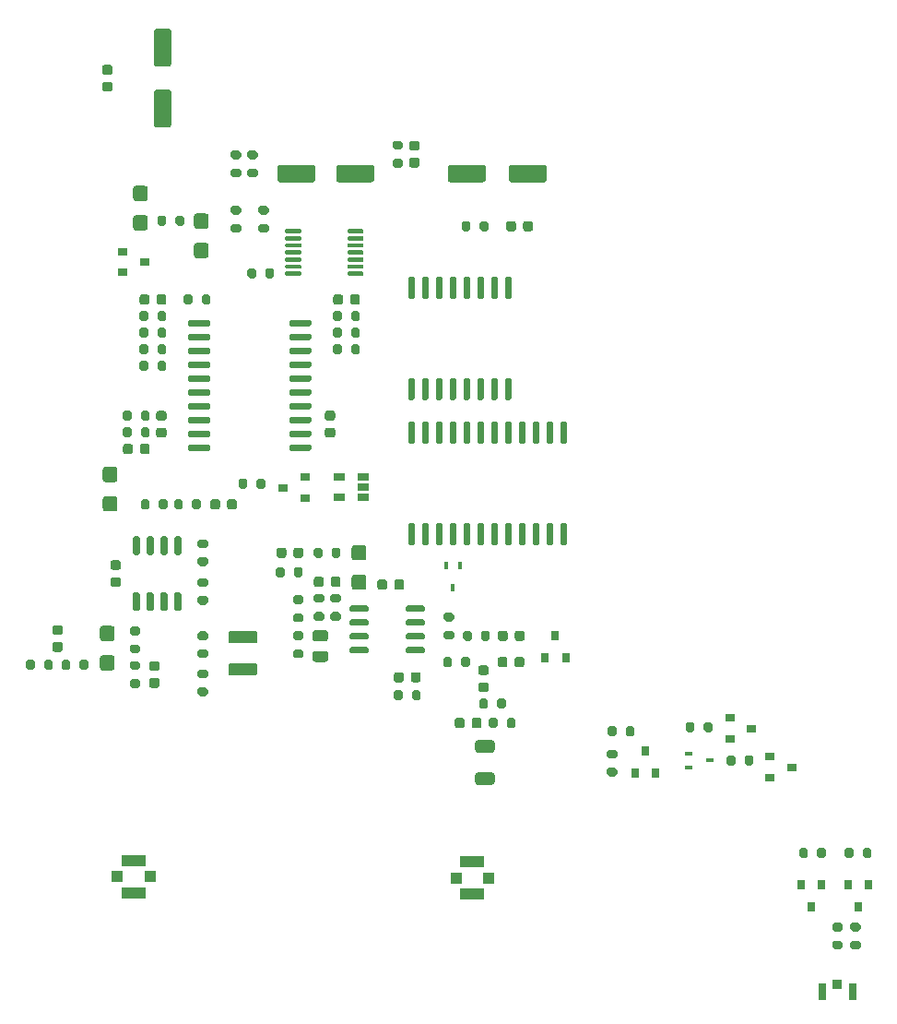
<source format=gtp>
%TF.GenerationSoftware,KiCad,Pcbnew,5.99.0+really5.1.12+dfsg1-1~bpo11+1*%
%TF.CreationDate,2021-12-25T19:54:22+01:00*%
%TF.ProjectId,Audio IN_OUT,41756469-6f20-4494-9e5f-4f55542e6b69,rev?*%
%TF.SameCoordinates,Original*%
%TF.FileFunction,Paste,Top*%
%TF.FilePolarity,Positive*%
%FSLAX46Y46*%
G04 Gerber Fmt 4.6, Leading zero omitted, Abs format (unit mm)*
G04 Created by KiCad (PCBNEW 5.99.0+really5.1.12+dfsg1-1~bpo11+1) date 2021-12-25 19:54:22*
%MOMM*%
%LPD*%
G01*
G04 APERTURE LIST*
%ADD10R,0.900000X0.800000*%
%ADD11R,0.750000X1.500000*%
%ADD12R,0.900000X0.900000*%
%ADD13R,0.800000X0.900000*%
%ADD14R,1.060000X0.650000*%
%ADD15R,0.450000X0.700000*%
%ADD16R,0.700000X0.450000*%
%ADD17R,2.200000X1.050000*%
%ADD18R,1.000000X1.000000*%
G04 APERTURE END LIST*
%TO.C,C207*%
G36*
G01*
X181995000Y-115361000D02*
X182495000Y-115361000D01*
G75*
G02*
X182720000Y-115586000I0J-225000D01*
G01*
X182720000Y-116036000D01*
G75*
G02*
X182495000Y-116261000I-225000J0D01*
G01*
X181995000Y-116261000D01*
G75*
G02*
X181770000Y-116036000I0J225000D01*
G01*
X181770000Y-115586000D01*
G75*
G02*
X181995000Y-115361000I225000J0D01*
G01*
G37*
G36*
G01*
X181995000Y-116911000D02*
X182495000Y-116911000D01*
G75*
G02*
X182720000Y-117136000I0J-225000D01*
G01*
X182720000Y-117586000D01*
G75*
G02*
X182495000Y-117811000I-225000J0D01*
G01*
X181995000Y-117811000D01*
G75*
G02*
X181770000Y-117586000I0J225000D01*
G01*
X181770000Y-117136000D01*
G75*
G02*
X181995000Y-116911000I225000J0D01*
G01*
G37*
%TD*%
D10*
%TO.C,Q305*%
X165846000Y-100010000D03*
X165846000Y-98110000D03*
X163846000Y-99060000D03*
%TD*%
%TO.C,R3015*%
G36*
G01*
X152318000Y-74824000D02*
X152318000Y-74274000D01*
G75*
G02*
X152518000Y-74074000I200000J0D01*
G01*
X152918000Y-74074000D01*
G75*
G02*
X153118000Y-74274000I0J-200000D01*
G01*
X153118000Y-74824000D01*
G75*
G02*
X152918000Y-75024000I-200000J0D01*
G01*
X152518000Y-75024000D01*
G75*
G02*
X152318000Y-74824000I0J200000D01*
G01*
G37*
G36*
G01*
X153968000Y-74824000D02*
X153968000Y-74274000D01*
G75*
G02*
X154168000Y-74074000I200000J0D01*
G01*
X154568000Y-74074000D01*
G75*
G02*
X154768000Y-74274000I0J-200000D01*
G01*
X154768000Y-74824000D01*
G75*
G02*
X154568000Y-75024000I-200000J0D01*
G01*
X154168000Y-75024000D01*
G75*
G02*
X153968000Y-74824000I0J200000D01*
G01*
G37*
%TD*%
%TO.C,U202*%
G36*
G01*
X165515000Y-79320000D02*
X165515000Y-79520000D01*
G75*
G02*
X165415000Y-79620000I-100000J0D01*
G01*
X164140000Y-79620000D01*
G75*
G02*
X164040000Y-79520000I0J100000D01*
G01*
X164040000Y-79320000D01*
G75*
G02*
X164140000Y-79220000I100000J0D01*
G01*
X165415000Y-79220000D01*
G75*
G02*
X165515000Y-79320000I0J-100000D01*
G01*
G37*
G36*
G01*
X165515000Y-78670000D02*
X165515000Y-78870000D01*
G75*
G02*
X165415000Y-78970000I-100000J0D01*
G01*
X164140000Y-78970000D01*
G75*
G02*
X164040000Y-78870000I0J100000D01*
G01*
X164040000Y-78670000D01*
G75*
G02*
X164140000Y-78570000I100000J0D01*
G01*
X165415000Y-78570000D01*
G75*
G02*
X165515000Y-78670000I0J-100000D01*
G01*
G37*
G36*
G01*
X165515000Y-78020000D02*
X165515000Y-78220000D01*
G75*
G02*
X165415000Y-78320000I-100000J0D01*
G01*
X164140000Y-78320000D01*
G75*
G02*
X164040000Y-78220000I0J100000D01*
G01*
X164040000Y-78020000D01*
G75*
G02*
X164140000Y-77920000I100000J0D01*
G01*
X165415000Y-77920000D01*
G75*
G02*
X165515000Y-78020000I0J-100000D01*
G01*
G37*
G36*
G01*
X165515000Y-77370000D02*
X165515000Y-77570000D01*
G75*
G02*
X165415000Y-77670000I-100000J0D01*
G01*
X164140000Y-77670000D01*
G75*
G02*
X164040000Y-77570000I0J100000D01*
G01*
X164040000Y-77370000D01*
G75*
G02*
X164140000Y-77270000I100000J0D01*
G01*
X165415000Y-77270000D01*
G75*
G02*
X165515000Y-77370000I0J-100000D01*
G01*
G37*
G36*
G01*
X165515000Y-76720000D02*
X165515000Y-76920000D01*
G75*
G02*
X165415000Y-77020000I-100000J0D01*
G01*
X164140000Y-77020000D01*
G75*
G02*
X164040000Y-76920000I0J100000D01*
G01*
X164040000Y-76720000D01*
G75*
G02*
X164140000Y-76620000I100000J0D01*
G01*
X165415000Y-76620000D01*
G75*
G02*
X165515000Y-76720000I0J-100000D01*
G01*
G37*
G36*
G01*
X165515000Y-76070000D02*
X165515000Y-76270000D01*
G75*
G02*
X165415000Y-76370000I-100000J0D01*
G01*
X164140000Y-76370000D01*
G75*
G02*
X164040000Y-76270000I0J100000D01*
G01*
X164040000Y-76070000D01*
G75*
G02*
X164140000Y-75970000I100000J0D01*
G01*
X165415000Y-75970000D01*
G75*
G02*
X165515000Y-76070000I0J-100000D01*
G01*
G37*
G36*
G01*
X165515000Y-75420000D02*
X165515000Y-75620000D01*
G75*
G02*
X165415000Y-75720000I-100000J0D01*
G01*
X164140000Y-75720000D01*
G75*
G02*
X164040000Y-75620000I0J100000D01*
G01*
X164040000Y-75420000D01*
G75*
G02*
X164140000Y-75320000I100000J0D01*
G01*
X165415000Y-75320000D01*
G75*
G02*
X165515000Y-75420000I0J-100000D01*
G01*
G37*
G36*
G01*
X171240000Y-75420000D02*
X171240000Y-75620000D01*
G75*
G02*
X171140000Y-75720000I-100000J0D01*
G01*
X169865000Y-75720000D01*
G75*
G02*
X169765000Y-75620000I0J100000D01*
G01*
X169765000Y-75420000D01*
G75*
G02*
X169865000Y-75320000I100000J0D01*
G01*
X171140000Y-75320000D01*
G75*
G02*
X171240000Y-75420000I0J-100000D01*
G01*
G37*
G36*
G01*
X171240000Y-76070000D02*
X171240000Y-76270000D01*
G75*
G02*
X171140000Y-76370000I-100000J0D01*
G01*
X169865000Y-76370000D01*
G75*
G02*
X169765000Y-76270000I0J100000D01*
G01*
X169765000Y-76070000D01*
G75*
G02*
X169865000Y-75970000I100000J0D01*
G01*
X171140000Y-75970000D01*
G75*
G02*
X171240000Y-76070000I0J-100000D01*
G01*
G37*
G36*
G01*
X171240000Y-76720000D02*
X171240000Y-76920000D01*
G75*
G02*
X171140000Y-77020000I-100000J0D01*
G01*
X169865000Y-77020000D01*
G75*
G02*
X169765000Y-76920000I0J100000D01*
G01*
X169765000Y-76720000D01*
G75*
G02*
X169865000Y-76620000I100000J0D01*
G01*
X171140000Y-76620000D01*
G75*
G02*
X171240000Y-76720000I0J-100000D01*
G01*
G37*
G36*
G01*
X171240000Y-77370000D02*
X171240000Y-77570000D01*
G75*
G02*
X171140000Y-77670000I-100000J0D01*
G01*
X169865000Y-77670000D01*
G75*
G02*
X169765000Y-77570000I0J100000D01*
G01*
X169765000Y-77370000D01*
G75*
G02*
X169865000Y-77270000I100000J0D01*
G01*
X171140000Y-77270000D01*
G75*
G02*
X171240000Y-77370000I0J-100000D01*
G01*
G37*
G36*
G01*
X171240000Y-78020000D02*
X171240000Y-78220000D01*
G75*
G02*
X171140000Y-78320000I-100000J0D01*
G01*
X169865000Y-78320000D01*
G75*
G02*
X169765000Y-78220000I0J100000D01*
G01*
X169765000Y-78020000D01*
G75*
G02*
X169865000Y-77920000I100000J0D01*
G01*
X171140000Y-77920000D01*
G75*
G02*
X171240000Y-78020000I0J-100000D01*
G01*
G37*
G36*
G01*
X171240000Y-78670000D02*
X171240000Y-78870000D01*
G75*
G02*
X171140000Y-78970000I-100000J0D01*
G01*
X169865000Y-78970000D01*
G75*
G02*
X169765000Y-78870000I0J100000D01*
G01*
X169765000Y-78670000D01*
G75*
G02*
X169865000Y-78570000I100000J0D01*
G01*
X171140000Y-78570000D01*
G75*
G02*
X171240000Y-78670000I0J-100000D01*
G01*
G37*
G36*
G01*
X171240000Y-79320000D02*
X171240000Y-79520000D01*
G75*
G02*
X171140000Y-79620000I-100000J0D01*
G01*
X169865000Y-79620000D01*
G75*
G02*
X169765000Y-79520000I0J100000D01*
G01*
X169765000Y-79320000D01*
G75*
G02*
X169865000Y-79220000I100000J0D01*
G01*
X171140000Y-79220000D01*
G75*
G02*
X171240000Y-79320000I0J-100000D01*
G01*
G37*
%TD*%
%TO.C,R211*%
G36*
G01*
X162223000Y-79650000D02*
X162223000Y-79100000D01*
G75*
G02*
X162423000Y-78900000I200000J0D01*
G01*
X162823000Y-78900000D01*
G75*
G02*
X163023000Y-79100000I0J-200000D01*
G01*
X163023000Y-79650000D01*
G75*
G02*
X162823000Y-79850000I-200000J0D01*
G01*
X162423000Y-79850000D01*
G75*
G02*
X162223000Y-79650000I0J200000D01*
G01*
G37*
G36*
G01*
X160573000Y-79650000D02*
X160573000Y-79100000D01*
G75*
G02*
X160773000Y-78900000I200000J0D01*
G01*
X161173000Y-78900000D01*
G75*
G02*
X161373000Y-79100000I0J-200000D01*
G01*
X161373000Y-79650000D01*
G75*
G02*
X161173000Y-79850000I-200000J0D01*
G01*
X160773000Y-79850000D01*
G75*
G02*
X160573000Y-79650000I0J200000D01*
G01*
G37*
%TD*%
%TO.C,C3020*%
G36*
G01*
X150323999Y-71356000D02*
X151174001Y-71356000D01*
G75*
G02*
X151424000Y-71605999I0J-249999D01*
G01*
X151424000Y-72506001D01*
G75*
G02*
X151174001Y-72756000I-249999J0D01*
G01*
X150323999Y-72756000D01*
G75*
G02*
X150074000Y-72506001I0J249999D01*
G01*
X150074000Y-71605999D01*
G75*
G02*
X150323999Y-71356000I249999J0D01*
G01*
G37*
G36*
G01*
X150323999Y-74056000D02*
X151174001Y-74056000D01*
G75*
G02*
X151424000Y-74305999I0J-249999D01*
G01*
X151424000Y-75206001D01*
G75*
G02*
X151174001Y-75456000I-249999J0D01*
G01*
X150323999Y-75456000D01*
G75*
G02*
X150074000Y-75206001I0J249999D01*
G01*
X150074000Y-74305999D01*
G75*
G02*
X150323999Y-74056000I249999J0D01*
G01*
G37*
%TD*%
%TO.C,C3014*%
G36*
G01*
X172217000Y-69681000D02*
X172217000Y-70781000D01*
G75*
G02*
X171967000Y-71031000I-250000J0D01*
G01*
X168967000Y-71031000D01*
G75*
G02*
X168717000Y-70781000I0J250000D01*
G01*
X168717000Y-69681000D01*
G75*
G02*
X168967000Y-69431000I250000J0D01*
G01*
X171967000Y-69431000D01*
G75*
G02*
X172217000Y-69681000I0J-250000D01*
G01*
G37*
G36*
G01*
X166817000Y-69681000D02*
X166817000Y-70781000D01*
G75*
G02*
X166567000Y-71031000I-250000J0D01*
G01*
X163567000Y-71031000D01*
G75*
G02*
X163317000Y-70781000I0J250000D01*
G01*
X163317000Y-69681000D01*
G75*
G02*
X163567000Y-69431000I250000J0D01*
G01*
X166567000Y-69431000D01*
G75*
G02*
X166817000Y-69681000I0J-250000D01*
G01*
G37*
%TD*%
%TO.C,C3015*%
G36*
G01*
X175645000Y-67228000D02*
X176145000Y-67228000D01*
G75*
G02*
X176370000Y-67453000I0J-225000D01*
G01*
X176370000Y-67903000D01*
G75*
G02*
X176145000Y-68128000I-225000J0D01*
G01*
X175645000Y-68128000D01*
G75*
G02*
X175420000Y-67903000I0J225000D01*
G01*
X175420000Y-67453000D01*
G75*
G02*
X175645000Y-67228000I225000J0D01*
G01*
G37*
G36*
G01*
X175645000Y-68778000D02*
X176145000Y-68778000D01*
G75*
G02*
X176370000Y-69003000I0J-225000D01*
G01*
X176370000Y-69453000D01*
G75*
G02*
X176145000Y-69678000I-225000J0D01*
G01*
X175645000Y-69678000D01*
G75*
G02*
X175420000Y-69453000I0J225000D01*
G01*
X175420000Y-69003000D01*
G75*
G02*
X175645000Y-68778000I225000J0D01*
G01*
G37*
%TD*%
%TO.C,C3019*%
G36*
G01*
X185235000Y-74807000D02*
X185235000Y-75307000D01*
G75*
G02*
X185010000Y-75532000I-225000J0D01*
G01*
X184560000Y-75532000D01*
G75*
G02*
X184335000Y-75307000I0J225000D01*
G01*
X184335000Y-74807000D01*
G75*
G02*
X184560000Y-74582000I225000J0D01*
G01*
X185010000Y-74582000D01*
G75*
G02*
X185235000Y-74807000I0J-225000D01*
G01*
G37*
G36*
G01*
X186785000Y-74807000D02*
X186785000Y-75307000D01*
G75*
G02*
X186560000Y-75532000I-225000J0D01*
G01*
X186110000Y-75532000D01*
G75*
G02*
X185885000Y-75307000I0J225000D01*
G01*
X185885000Y-74807000D01*
G75*
G02*
X186110000Y-74582000I225000J0D01*
G01*
X186560000Y-74582000D01*
G75*
G02*
X186785000Y-74807000I0J-225000D01*
G01*
G37*
%TD*%
%TO.C,R3024*%
G36*
G01*
X181058000Y-74782000D02*
X181058000Y-75332000D01*
G75*
G02*
X180858000Y-75532000I-200000J0D01*
G01*
X180458000Y-75532000D01*
G75*
G02*
X180258000Y-75332000I0J200000D01*
G01*
X180258000Y-74782000D01*
G75*
G02*
X180458000Y-74582000I200000J0D01*
G01*
X180858000Y-74582000D01*
G75*
G02*
X181058000Y-74782000I0J-200000D01*
G01*
G37*
G36*
G01*
X182708000Y-74782000D02*
X182708000Y-75332000D01*
G75*
G02*
X182508000Y-75532000I-200000J0D01*
G01*
X182108000Y-75532000D01*
G75*
G02*
X181908000Y-75332000I0J200000D01*
G01*
X181908000Y-74782000D01*
G75*
G02*
X182108000Y-74582000I200000J0D01*
G01*
X182508000Y-74582000D01*
G75*
G02*
X182708000Y-74782000I0J-200000D01*
G01*
G37*
%TD*%
%TO.C,R3019*%
G36*
G01*
X174646000Y-69678000D02*
X174096000Y-69678000D01*
G75*
G02*
X173896000Y-69478000I0J200000D01*
G01*
X173896000Y-69078000D01*
G75*
G02*
X174096000Y-68878000I200000J0D01*
G01*
X174646000Y-68878000D01*
G75*
G02*
X174846000Y-69078000I0J-200000D01*
G01*
X174846000Y-69478000D01*
G75*
G02*
X174646000Y-69678000I-200000J0D01*
G01*
G37*
G36*
G01*
X174646000Y-68028000D02*
X174096000Y-68028000D01*
G75*
G02*
X173896000Y-67828000I0J200000D01*
G01*
X173896000Y-67428000D01*
G75*
G02*
X174096000Y-67228000I200000J0D01*
G01*
X174646000Y-67228000D01*
G75*
G02*
X174846000Y-67428000I0J-200000D01*
G01*
X174846000Y-67828000D01*
G75*
G02*
X174646000Y-68028000I-200000J0D01*
G01*
G37*
%TD*%
%TO.C,C3017*%
G36*
G01*
X178965000Y-70781000D02*
X178965000Y-69681000D01*
G75*
G02*
X179215000Y-69431000I250000J0D01*
G01*
X182215000Y-69431000D01*
G75*
G02*
X182465000Y-69681000I0J-250000D01*
G01*
X182465000Y-70781000D01*
G75*
G02*
X182215000Y-71031000I-250000J0D01*
G01*
X179215000Y-71031000D01*
G75*
G02*
X178965000Y-70781000I0J250000D01*
G01*
G37*
G36*
G01*
X184565000Y-70781000D02*
X184565000Y-69681000D01*
G75*
G02*
X184815000Y-69431000I250000J0D01*
G01*
X187815000Y-69431000D01*
G75*
G02*
X188065000Y-69681000I0J-250000D01*
G01*
X188065000Y-70781000D01*
G75*
G02*
X187815000Y-71031000I-250000J0D01*
G01*
X184815000Y-71031000D01*
G75*
G02*
X184565000Y-70781000I0J250000D01*
G01*
G37*
%TD*%
%TO.C,C3003*%
G36*
G01*
X148380001Y-98537000D02*
X147529999Y-98537000D01*
G75*
G02*
X147280000Y-98287001I0J249999D01*
G01*
X147280000Y-97386999D01*
G75*
G02*
X147529999Y-97137000I249999J0D01*
G01*
X148380001Y-97137000D01*
G75*
G02*
X148630000Y-97386999I0J-249999D01*
G01*
X148630000Y-98287001D01*
G75*
G02*
X148380001Y-98537000I-249999J0D01*
G01*
G37*
G36*
G01*
X148380001Y-101237000D02*
X147529999Y-101237000D01*
G75*
G02*
X147280000Y-100987001I0J249999D01*
G01*
X147280000Y-100086999D01*
G75*
G02*
X147529999Y-99837000I249999J0D01*
G01*
X148380001Y-99837000D01*
G75*
G02*
X148630000Y-100086999I0J-249999D01*
G01*
X148630000Y-100987001D01*
G75*
G02*
X148380001Y-101237000I-249999J0D01*
G01*
G37*
%TD*%
%TO.C,C3001*%
G36*
G01*
X148213000Y-107259000D02*
X148713000Y-107259000D01*
G75*
G02*
X148938000Y-107484000I0J-225000D01*
G01*
X148938000Y-107934000D01*
G75*
G02*
X148713000Y-108159000I-225000J0D01*
G01*
X148213000Y-108159000D01*
G75*
G02*
X147988000Y-107934000I0J225000D01*
G01*
X147988000Y-107484000D01*
G75*
G02*
X148213000Y-107259000I225000J0D01*
G01*
G37*
G36*
G01*
X148213000Y-105709000D02*
X148713000Y-105709000D01*
G75*
G02*
X148938000Y-105934000I0J-225000D01*
G01*
X148938000Y-106384000D01*
G75*
G02*
X148713000Y-106609000I-225000J0D01*
G01*
X148213000Y-106609000D01*
G75*
G02*
X147988000Y-106384000I0J225000D01*
G01*
X147988000Y-105934000D01*
G75*
G02*
X148213000Y-105709000I225000J0D01*
G01*
G37*
%TD*%
%TO.C,C3002*%
G36*
G01*
X158694000Y-100834000D02*
X158694000Y-100334000D01*
G75*
G02*
X158919000Y-100109000I225000J0D01*
G01*
X159369000Y-100109000D01*
G75*
G02*
X159594000Y-100334000I0J-225000D01*
G01*
X159594000Y-100834000D01*
G75*
G02*
X159369000Y-101059000I-225000J0D01*
G01*
X158919000Y-101059000D01*
G75*
G02*
X158694000Y-100834000I0J225000D01*
G01*
G37*
G36*
G01*
X157144000Y-100834000D02*
X157144000Y-100334000D01*
G75*
G02*
X157369000Y-100109000I225000J0D01*
G01*
X157819000Y-100109000D01*
G75*
G02*
X158044000Y-100334000I0J-225000D01*
G01*
X158044000Y-100834000D01*
G75*
G02*
X157819000Y-101059000I-225000J0D01*
G01*
X157369000Y-101059000D01*
G75*
G02*
X157144000Y-100834000I0J225000D01*
G01*
G37*
%TD*%
%TO.C,C3004*%
G36*
G01*
X150043000Y-95254000D02*
X150043000Y-95754000D01*
G75*
G02*
X149818000Y-95979000I-225000J0D01*
G01*
X149368000Y-95979000D01*
G75*
G02*
X149143000Y-95754000I0J225000D01*
G01*
X149143000Y-95254000D01*
G75*
G02*
X149368000Y-95029000I225000J0D01*
G01*
X149818000Y-95029000D01*
G75*
G02*
X150043000Y-95254000I0J-225000D01*
G01*
G37*
G36*
G01*
X151593000Y-95254000D02*
X151593000Y-95754000D01*
G75*
G02*
X151368000Y-95979000I-225000J0D01*
G01*
X150918000Y-95979000D01*
G75*
G02*
X150693000Y-95754000I0J225000D01*
G01*
X150693000Y-95254000D01*
G75*
G02*
X150918000Y-95029000I225000J0D01*
G01*
X151368000Y-95029000D01*
G75*
G02*
X151593000Y-95254000I0J-225000D01*
G01*
G37*
%TD*%
%TO.C,C3005*%
G36*
G01*
X152404000Y-92006000D02*
X152904000Y-92006000D01*
G75*
G02*
X153129000Y-92231000I0J-225000D01*
G01*
X153129000Y-92681000D01*
G75*
G02*
X152904000Y-92906000I-225000J0D01*
G01*
X152404000Y-92906000D01*
G75*
G02*
X152179000Y-92681000I0J225000D01*
G01*
X152179000Y-92231000D01*
G75*
G02*
X152404000Y-92006000I225000J0D01*
G01*
G37*
G36*
G01*
X152404000Y-93556000D02*
X152904000Y-93556000D01*
G75*
G02*
X153129000Y-93781000I0J-225000D01*
G01*
X153129000Y-94231000D01*
G75*
G02*
X152904000Y-94456000I-225000J0D01*
G01*
X152404000Y-94456000D01*
G75*
G02*
X152179000Y-94231000I0J225000D01*
G01*
X152179000Y-93781000D01*
G75*
G02*
X152404000Y-93556000I225000J0D01*
G01*
G37*
%TD*%
%TO.C,C3006*%
G36*
G01*
X153117000Y-81538000D02*
X153117000Y-82038000D01*
G75*
G02*
X152892000Y-82263000I-225000J0D01*
G01*
X152442000Y-82263000D01*
G75*
G02*
X152217000Y-82038000I0J225000D01*
G01*
X152217000Y-81538000D01*
G75*
G02*
X152442000Y-81313000I225000J0D01*
G01*
X152892000Y-81313000D01*
G75*
G02*
X153117000Y-81538000I0J-225000D01*
G01*
G37*
G36*
G01*
X151567000Y-81538000D02*
X151567000Y-82038000D01*
G75*
G02*
X151342000Y-82263000I-225000J0D01*
G01*
X150892000Y-82263000D01*
G75*
G02*
X150667000Y-82038000I0J225000D01*
G01*
X150667000Y-81538000D01*
G75*
G02*
X150892000Y-81313000I225000J0D01*
G01*
X151342000Y-81313000D01*
G75*
G02*
X151567000Y-81538000I0J-225000D01*
G01*
G37*
%TD*%
%TO.C,C3007*%
G36*
G01*
X169347000Y-81538000D02*
X169347000Y-82038000D01*
G75*
G02*
X169122000Y-82263000I-225000J0D01*
G01*
X168672000Y-82263000D01*
G75*
G02*
X168447000Y-82038000I0J225000D01*
G01*
X168447000Y-81538000D01*
G75*
G02*
X168672000Y-81313000I225000J0D01*
G01*
X169122000Y-81313000D01*
G75*
G02*
X169347000Y-81538000I0J-225000D01*
G01*
G37*
G36*
G01*
X170897000Y-81538000D02*
X170897000Y-82038000D01*
G75*
G02*
X170672000Y-82263000I-225000J0D01*
G01*
X170222000Y-82263000D01*
G75*
G02*
X169997000Y-82038000I0J225000D01*
G01*
X169997000Y-81538000D01*
G75*
G02*
X170222000Y-81313000I225000J0D01*
G01*
X170672000Y-81313000D01*
G75*
G02*
X170897000Y-81538000I0J-225000D01*
G01*
G37*
%TD*%
%TO.C,C3008*%
G36*
G01*
X167898000Y-91993000D02*
X168398000Y-91993000D01*
G75*
G02*
X168623000Y-92218000I0J-225000D01*
G01*
X168623000Y-92668000D01*
G75*
G02*
X168398000Y-92893000I-225000J0D01*
G01*
X167898000Y-92893000D01*
G75*
G02*
X167673000Y-92668000I0J225000D01*
G01*
X167673000Y-92218000D01*
G75*
G02*
X167898000Y-91993000I225000J0D01*
G01*
G37*
G36*
G01*
X167898000Y-93543000D02*
X168398000Y-93543000D01*
G75*
G02*
X168623000Y-93768000I0J-225000D01*
G01*
X168623000Y-94218000D01*
G75*
G02*
X168398000Y-94443000I-225000J0D01*
G01*
X167898000Y-94443000D01*
G75*
G02*
X167673000Y-94218000I0J225000D01*
G01*
X167673000Y-93768000D01*
G75*
G02*
X167898000Y-93543000I225000J0D01*
G01*
G37*
%TD*%
%TO.C,C3009*%
G36*
G01*
X152269000Y-117430000D02*
X151769000Y-117430000D01*
G75*
G02*
X151544000Y-117205000I0J225000D01*
G01*
X151544000Y-116755000D01*
G75*
G02*
X151769000Y-116530000I225000J0D01*
G01*
X152269000Y-116530000D01*
G75*
G02*
X152494000Y-116755000I0J-225000D01*
G01*
X152494000Y-117205000D01*
G75*
G02*
X152269000Y-117430000I-225000J0D01*
G01*
G37*
G36*
G01*
X152269000Y-115880000D02*
X151769000Y-115880000D01*
G75*
G02*
X151544000Y-115655000I0J225000D01*
G01*
X151544000Y-115205000D01*
G75*
G02*
X151769000Y-114980000I225000J0D01*
G01*
X152269000Y-114980000D01*
G75*
G02*
X152494000Y-115205000I0J-225000D01*
G01*
X152494000Y-115655000D01*
G75*
G02*
X152269000Y-115880000I-225000J0D01*
G01*
G37*
%TD*%
%TO.C,C3011*%
G36*
G01*
X147951000Y-62706000D02*
X147451000Y-62706000D01*
G75*
G02*
X147226000Y-62481000I0J225000D01*
G01*
X147226000Y-62031000D01*
G75*
G02*
X147451000Y-61806000I225000J0D01*
G01*
X147951000Y-61806000D01*
G75*
G02*
X148176000Y-62031000I0J-225000D01*
G01*
X148176000Y-62481000D01*
G75*
G02*
X147951000Y-62706000I-225000J0D01*
G01*
G37*
G36*
G01*
X147951000Y-61156000D02*
X147451000Y-61156000D01*
G75*
G02*
X147226000Y-60931000I0J225000D01*
G01*
X147226000Y-60481000D01*
G75*
G02*
X147451000Y-60256000I225000J0D01*
G01*
X147951000Y-60256000D01*
G75*
G02*
X148176000Y-60481000I0J-225000D01*
G01*
X148176000Y-60931000D01*
G75*
G02*
X147951000Y-61156000I-225000J0D01*
G01*
G37*
%TD*%
%TO.C,C3018*%
G36*
G01*
X143379000Y-112578000D02*
X142879000Y-112578000D01*
G75*
G02*
X142654000Y-112353000I0J225000D01*
G01*
X142654000Y-111903000D01*
G75*
G02*
X142879000Y-111678000I225000J0D01*
G01*
X143379000Y-111678000D01*
G75*
G02*
X143604000Y-111903000I0J-225000D01*
G01*
X143604000Y-112353000D01*
G75*
G02*
X143379000Y-112578000I-225000J0D01*
G01*
G37*
G36*
G01*
X143379000Y-114128000D02*
X142879000Y-114128000D01*
G75*
G02*
X142654000Y-113903000I0J225000D01*
G01*
X142654000Y-113453000D01*
G75*
G02*
X142879000Y-113228000I225000J0D01*
G01*
X143379000Y-113228000D01*
G75*
G02*
X143604000Y-113453000I0J-225000D01*
G01*
X143604000Y-113903000D01*
G75*
G02*
X143379000Y-114128000I-225000J0D01*
G01*
G37*
%TD*%
%TO.C,Q3001*%
X149114000Y-77409000D03*
X149114000Y-79309000D03*
X151114000Y-78359000D03*
%TD*%
%TO.C,R3007*%
G36*
G01*
X153117000Y-87609000D02*
X153117000Y-88159000D01*
G75*
G02*
X152917000Y-88359000I-200000J0D01*
G01*
X152517000Y-88359000D01*
G75*
G02*
X152317000Y-88159000I0J200000D01*
G01*
X152317000Y-87609000D01*
G75*
G02*
X152517000Y-87409000I200000J0D01*
G01*
X152917000Y-87409000D01*
G75*
G02*
X153117000Y-87609000I0J-200000D01*
G01*
G37*
G36*
G01*
X151467000Y-87609000D02*
X151467000Y-88159000D01*
G75*
G02*
X151267000Y-88359000I-200000J0D01*
G01*
X150867000Y-88359000D01*
G75*
G02*
X150667000Y-88159000I0J200000D01*
G01*
X150667000Y-87609000D01*
G75*
G02*
X150867000Y-87409000I200000J0D01*
G01*
X151267000Y-87409000D01*
G75*
G02*
X151467000Y-87609000I0J-200000D01*
G01*
G37*
%TD*%
%TO.C,R3008*%
G36*
G01*
X151467000Y-83037000D02*
X151467000Y-83587000D01*
G75*
G02*
X151267000Y-83787000I-200000J0D01*
G01*
X150867000Y-83787000D01*
G75*
G02*
X150667000Y-83587000I0J200000D01*
G01*
X150667000Y-83037000D01*
G75*
G02*
X150867000Y-82837000I200000J0D01*
G01*
X151267000Y-82837000D01*
G75*
G02*
X151467000Y-83037000I0J-200000D01*
G01*
G37*
G36*
G01*
X153117000Y-83037000D02*
X153117000Y-83587000D01*
G75*
G02*
X152917000Y-83787000I-200000J0D01*
G01*
X152517000Y-83787000D01*
G75*
G02*
X152317000Y-83587000I0J200000D01*
G01*
X152317000Y-83037000D01*
G75*
G02*
X152517000Y-82837000I200000J0D01*
G01*
X152917000Y-82837000D01*
G75*
G02*
X153117000Y-83037000I0J-200000D01*
G01*
G37*
%TD*%
%TO.C,R3009*%
G36*
G01*
X151467000Y-84561000D02*
X151467000Y-85111000D01*
G75*
G02*
X151267000Y-85311000I-200000J0D01*
G01*
X150867000Y-85311000D01*
G75*
G02*
X150667000Y-85111000I0J200000D01*
G01*
X150667000Y-84561000D01*
G75*
G02*
X150867000Y-84361000I200000J0D01*
G01*
X151267000Y-84361000D01*
G75*
G02*
X151467000Y-84561000I0J-200000D01*
G01*
G37*
G36*
G01*
X153117000Y-84561000D02*
X153117000Y-85111000D01*
G75*
G02*
X152917000Y-85311000I-200000J0D01*
G01*
X152517000Y-85311000D01*
G75*
G02*
X152317000Y-85111000I0J200000D01*
G01*
X152317000Y-84561000D01*
G75*
G02*
X152517000Y-84361000I200000J0D01*
G01*
X152917000Y-84361000D01*
G75*
G02*
X153117000Y-84561000I0J-200000D01*
G01*
G37*
%TD*%
%TO.C,R3010*%
G36*
G01*
X153117000Y-86085000D02*
X153117000Y-86635000D01*
G75*
G02*
X152917000Y-86835000I-200000J0D01*
G01*
X152517000Y-86835000D01*
G75*
G02*
X152317000Y-86635000I0J200000D01*
G01*
X152317000Y-86085000D01*
G75*
G02*
X152517000Y-85885000I200000J0D01*
G01*
X152917000Y-85885000D01*
G75*
G02*
X153117000Y-86085000I0J-200000D01*
G01*
G37*
G36*
G01*
X151467000Y-86085000D02*
X151467000Y-86635000D01*
G75*
G02*
X151267000Y-86835000I-200000J0D01*
G01*
X150867000Y-86835000D01*
G75*
G02*
X150667000Y-86635000I0J200000D01*
G01*
X150667000Y-86085000D01*
G75*
G02*
X150867000Y-85885000I200000J0D01*
G01*
X151267000Y-85885000D01*
G75*
G02*
X151467000Y-86085000I0J-200000D01*
G01*
G37*
%TD*%
%TO.C,R3011*%
G36*
G01*
X170897000Y-83037000D02*
X170897000Y-83587000D01*
G75*
G02*
X170697000Y-83787000I-200000J0D01*
G01*
X170297000Y-83787000D01*
G75*
G02*
X170097000Y-83587000I0J200000D01*
G01*
X170097000Y-83037000D01*
G75*
G02*
X170297000Y-82837000I200000J0D01*
G01*
X170697000Y-82837000D01*
G75*
G02*
X170897000Y-83037000I0J-200000D01*
G01*
G37*
G36*
G01*
X169247000Y-83037000D02*
X169247000Y-83587000D01*
G75*
G02*
X169047000Y-83787000I-200000J0D01*
G01*
X168647000Y-83787000D01*
G75*
G02*
X168447000Y-83587000I0J200000D01*
G01*
X168447000Y-83037000D01*
G75*
G02*
X168647000Y-82837000I200000J0D01*
G01*
X169047000Y-82837000D01*
G75*
G02*
X169247000Y-83037000I0J-200000D01*
G01*
G37*
%TD*%
%TO.C,R3012*%
G36*
G01*
X170897000Y-84561000D02*
X170897000Y-85111000D01*
G75*
G02*
X170697000Y-85311000I-200000J0D01*
G01*
X170297000Y-85311000D01*
G75*
G02*
X170097000Y-85111000I0J200000D01*
G01*
X170097000Y-84561000D01*
G75*
G02*
X170297000Y-84361000I200000J0D01*
G01*
X170697000Y-84361000D01*
G75*
G02*
X170897000Y-84561000I0J-200000D01*
G01*
G37*
G36*
G01*
X169247000Y-84561000D02*
X169247000Y-85111000D01*
G75*
G02*
X169047000Y-85311000I-200000J0D01*
G01*
X168647000Y-85311000D01*
G75*
G02*
X168447000Y-85111000I0J200000D01*
G01*
X168447000Y-84561000D01*
G75*
G02*
X168647000Y-84361000I200000J0D01*
G01*
X169047000Y-84361000D01*
G75*
G02*
X169247000Y-84561000I0J-200000D01*
G01*
G37*
%TD*%
%TO.C,R3013*%
G36*
G01*
X169247000Y-86085000D02*
X169247000Y-86635000D01*
G75*
G02*
X169047000Y-86835000I-200000J0D01*
G01*
X168647000Y-86835000D01*
G75*
G02*
X168447000Y-86635000I0J200000D01*
G01*
X168447000Y-86085000D01*
G75*
G02*
X168647000Y-85885000I200000J0D01*
G01*
X169047000Y-85885000D01*
G75*
G02*
X169247000Y-86085000I0J-200000D01*
G01*
G37*
G36*
G01*
X170897000Y-86085000D02*
X170897000Y-86635000D01*
G75*
G02*
X170697000Y-86835000I-200000J0D01*
G01*
X170297000Y-86835000D01*
G75*
G02*
X170097000Y-86635000I0J200000D01*
G01*
X170097000Y-86085000D01*
G75*
G02*
X170297000Y-85885000I200000J0D01*
G01*
X170697000Y-85885000D01*
G75*
G02*
X170897000Y-86085000I0J-200000D01*
G01*
G37*
%TD*%
%TO.C,R3014*%
G36*
G01*
X156381000Y-82063000D02*
X156381000Y-81513000D01*
G75*
G02*
X156581000Y-81313000I200000J0D01*
G01*
X156981000Y-81313000D01*
G75*
G02*
X157181000Y-81513000I0J-200000D01*
G01*
X157181000Y-82063000D01*
G75*
G02*
X156981000Y-82263000I-200000J0D01*
G01*
X156581000Y-82263000D01*
G75*
G02*
X156381000Y-82063000I0J200000D01*
G01*
G37*
G36*
G01*
X154731000Y-82063000D02*
X154731000Y-81513000D01*
G75*
G02*
X154931000Y-81313000I200000J0D01*
G01*
X155331000Y-81313000D01*
G75*
G02*
X155531000Y-81513000I0J-200000D01*
G01*
X155531000Y-82063000D01*
G75*
G02*
X155331000Y-82263000I-200000J0D01*
G01*
X154931000Y-82263000D01*
G75*
G02*
X154731000Y-82063000I0J200000D01*
G01*
G37*
%TD*%
%TO.C,R3016*%
G36*
G01*
X156739000Y-114699000D02*
X156189000Y-114699000D01*
G75*
G02*
X155989000Y-114499000I0J200000D01*
G01*
X155989000Y-114099000D01*
G75*
G02*
X156189000Y-113899000I200000J0D01*
G01*
X156739000Y-113899000D01*
G75*
G02*
X156939000Y-114099000I0J-200000D01*
G01*
X156939000Y-114499000D01*
G75*
G02*
X156739000Y-114699000I-200000J0D01*
G01*
G37*
G36*
G01*
X156739000Y-113049000D02*
X156189000Y-113049000D01*
G75*
G02*
X155989000Y-112849000I0J200000D01*
G01*
X155989000Y-112449000D01*
G75*
G02*
X156189000Y-112249000I200000J0D01*
G01*
X156739000Y-112249000D01*
G75*
G02*
X156939000Y-112449000I0J-200000D01*
G01*
X156939000Y-112849000D01*
G75*
G02*
X156739000Y-113049000I-200000J0D01*
G01*
G37*
%TD*%
%TO.C,R3017*%
G36*
G01*
X149966000Y-116630000D02*
X150516000Y-116630000D01*
G75*
G02*
X150716000Y-116830000I0J-200000D01*
G01*
X150716000Y-117230000D01*
G75*
G02*
X150516000Y-117430000I-200000J0D01*
G01*
X149966000Y-117430000D01*
G75*
G02*
X149766000Y-117230000I0J200000D01*
G01*
X149766000Y-116830000D01*
G75*
G02*
X149966000Y-116630000I200000J0D01*
G01*
G37*
G36*
G01*
X149966000Y-114980000D02*
X150516000Y-114980000D01*
G75*
G02*
X150716000Y-115180000I0J-200000D01*
G01*
X150716000Y-115580000D01*
G75*
G02*
X150516000Y-115780000I-200000J0D01*
G01*
X149966000Y-115780000D01*
G75*
G02*
X149766000Y-115580000I0J200000D01*
G01*
X149766000Y-115180000D01*
G75*
G02*
X149966000Y-114980000I200000J0D01*
G01*
G37*
%TD*%
%TO.C,R3018*%
G36*
G01*
X156739000Y-116542000D02*
X156189000Y-116542000D01*
G75*
G02*
X155989000Y-116342000I0J200000D01*
G01*
X155989000Y-115942000D01*
G75*
G02*
X156189000Y-115742000I200000J0D01*
G01*
X156739000Y-115742000D01*
G75*
G02*
X156939000Y-115942000I0J-200000D01*
G01*
X156939000Y-116342000D01*
G75*
G02*
X156739000Y-116542000I-200000J0D01*
G01*
G37*
G36*
G01*
X156739000Y-118192000D02*
X156189000Y-118192000D01*
G75*
G02*
X155989000Y-117992000I0J200000D01*
G01*
X155989000Y-117592000D01*
G75*
G02*
X156189000Y-117392000I200000J0D01*
G01*
X156739000Y-117392000D01*
G75*
G02*
X156939000Y-117592000I0J-200000D01*
G01*
X156939000Y-117992000D01*
G75*
G02*
X156739000Y-118192000I-200000J0D01*
G01*
G37*
%TD*%
%TO.C,R3020*%
G36*
G01*
X149966000Y-111805000D02*
X150516000Y-111805000D01*
G75*
G02*
X150716000Y-112005000I0J-200000D01*
G01*
X150716000Y-112405000D01*
G75*
G02*
X150516000Y-112605000I-200000J0D01*
G01*
X149966000Y-112605000D01*
G75*
G02*
X149766000Y-112405000I0J200000D01*
G01*
X149766000Y-112005000D01*
G75*
G02*
X149966000Y-111805000I200000J0D01*
G01*
G37*
G36*
G01*
X149966000Y-113455000D02*
X150516000Y-113455000D01*
G75*
G02*
X150716000Y-113655000I0J-200000D01*
G01*
X150716000Y-114055000D01*
G75*
G02*
X150516000Y-114255000I-200000J0D01*
G01*
X149966000Y-114255000D01*
G75*
G02*
X149766000Y-114055000I0J200000D01*
G01*
X149766000Y-113655000D01*
G75*
G02*
X149966000Y-113455000I200000J0D01*
G01*
G37*
%TD*%
%TO.C,R3021*%
G36*
G01*
X160761000Y-69767000D02*
X161311000Y-69767000D01*
G75*
G02*
X161511000Y-69967000I0J-200000D01*
G01*
X161511000Y-70367000D01*
G75*
G02*
X161311000Y-70567000I-200000J0D01*
G01*
X160761000Y-70567000D01*
G75*
G02*
X160561000Y-70367000I0J200000D01*
G01*
X160561000Y-69967000D01*
G75*
G02*
X160761000Y-69767000I200000J0D01*
G01*
G37*
G36*
G01*
X160761000Y-68117000D02*
X161311000Y-68117000D01*
G75*
G02*
X161511000Y-68317000I0J-200000D01*
G01*
X161511000Y-68717000D01*
G75*
G02*
X161311000Y-68917000I-200000J0D01*
G01*
X160761000Y-68917000D01*
G75*
G02*
X160561000Y-68717000I0J200000D01*
G01*
X160561000Y-68317000D01*
G75*
G02*
X160761000Y-68117000I200000J0D01*
G01*
G37*
%TD*%
%TO.C,R3022*%
G36*
G01*
X159787000Y-70567000D02*
X159237000Y-70567000D01*
G75*
G02*
X159037000Y-70367000I0J200000D01*
G01*
X159037000Y-69967000D01*
G75*
G02*
X159237000Y-69767000I200000J0D01*
G01*
X159787000Y-69767000D01*
G75*
G02*
X159987000Y-69967000I0J-200000D01*
G01*
X159987000Y-70367000D01*
G75*
G02*
X159787000Y-70567000I-200000J0D01*
G01*
G37*
G36*
G01*
X159787000Y-68917000D02*
X159237000Y-68917000D01*
G75*
G02*
X159037000Y-68717000I0J200000D01*
G01*
X159037000Y-68317000D01*
G75*
G02*
X159237000Y-68117000I200000J0D01*
G01*
X159787000Y-68117000D01*
G75*
G02*
X159987000Y-68317000I0J-200000D01*
G01*
X159987000Y-68717000D01*
G75*
G02*
X159787000Y-68917000I-200000J0D01*
G01*
G37*
%TD*%
%TO.C,R3023*%
G36*
G01*
X143491000Y-115591000D02*
X143491000Y-115041000D01*
G75*
G02*
X143691000Y-114841000I200000J0D01*
G01*
X144091000Y-114841000D01*
G75*
G02*
X144291000Y-115041000I0J-200000D01*
G01*
X144291000Y-115591000D01*
G75*
G02*
X144091000Y-115791000I-200000J0D01*
G01*
X143691000Y-115791000D01*
G75*
G02*
X143491000Y-115591000I0J200000D01*
G01*
G37*
G36*
G01*
X145141000Y-115591000D02*
X145141000Y-115041000D01*
G75*
G02*
X145341000Y-114841000I200000J0D01*
G01*
X145741000Y-114841000D01*
G75*
G02*
X145941000Y-115041000I0J-200000D01*
G01*
X145941000Y-115591000D01*
G75*
G02*
X145741000Y-115791000I-200000J0D01*
G01*
X145341000Y-115791000D01*
G75*
G02*
X145141000Y-115591000I0J200000D01*
G01*
G37*
%TD*%
%TO.C,R3025*%
G36*
G01*
X141903000Y-115591000D02*
X141903000Y-115041000D01*
G75*
G02*
X142103000Y-114841000I200000J0D01*
G01*
X142503000Y-114841000D01*
G75*
G02*
X142703000Y-115041000I0J-200000D01*
G01*
X142703000Y-115591000D01*
G75*
G02*
X142503000Y-115791000I-200000J0D01*
G01*
X142103000Y-115791000D01*
G75*
G02*
X141903000Y-115591000I0J200000D01*
G01*
G37*
G36*
G01*
X140253000Y-115591000D02*
X140253000Y-115041000D01*
G75*
G02*
X140453000Y-114841000I200000J0D01*
G01*
X140853000Y-114841000D01*
G75*
G02*
X141053000Y-115041000I0J-200000D01*
G01*
X141053000Y-115591000D01*
G75*
G02*
X140853000Y-115791000I-200000J0D01*
G01*
X140453000Y-115791000D01*
G75*
G02*
X140253000Y-115591000I0J200000D01*
G01*
G37*
%TD*%
%TO.C,U3001*%
G36*
G01*
X150518000Y-110384000D02*
X150218000Y-110384000D01*
G75*
G02*
X150068000Y-110234000I0J150000D01*
G01*
X150068000Y-108784000D01*
G75*
G02*
X150218000Y-108634000I150000J0D01*
G01*
X150518000Y-108634000D01*
G75*
G02*
X150668000Y-108784000I0J-150000D01*
G01*
X150668000Y-110234000D01*
G75*
G02*
X150518000Y-110384000I-150000J0D01*
G01*
G37*
G36*
G01*
X151788000Y-110384000D02*
X151488000Y-110384000D01*
G75*
G02*
X151338000Y-110234000I0J150000D01*
G01*
X151338000Y-108784000D01*
G75*
G02*
X151488000Y-108634000I150000J0D01*
G01*
X151788000Y-108634000D01*
G75*
G02*
X151938000Y-108784000I0J-150000D01*
G01*
X151938000Y-110234000D01*
G75*
G02*
X151788000Y-110384000I-150000J0D01*
G01*
G37*
G36*
G01*
X153058000Y-110384000D02*
X152758000Y-110384000D01*
G75*
G02*
X152608000Y-110234000I0J150000D01*
G01*
X152608000Y-108784000D01*
G75*
G02*
X152758000Y-108634000I150000J0D01*
G01*
X153058000Y-108634000D01*
G75*
G02*
X153208000Y-108784000I0J-150000D01*
G01*
X153208000Y-110234000D01*
G75*
G02*
X153058000Y-110384000I-150000J0D01*
G01*
G37*
G36*
G01*
X154328000Y-110384000D02*
X154028000Y-110384000D01*
G75*
G02*
X153878000Y-110234000I0J150000D01*
G01*
X153878000Y-108784000D01*
G75*
G02*
X154028000Y-108634000I150000J0D01*
G01*
X154328000Y-108634000D01*
G75*
G02*
X154478000Y-108784000I0J-150000D01*
G01*
X154478000Y-110234000D01*
G75*
G02*
X154328000Y-110384000I-150000J0D01*
G01*
G37*
G36*
G01*
X154328000Y-105234000D02*
X154028000Y-105234000D01*
G75*
G02*
X153878000Y-105084000I0J150000D01*
G01*
X153878000Y-103634000D01*
G75*
G02*
X154028000Y-103484000I150000J0D01*
G01*
X154328000Y-103484000D01*
G75*
G02*
X154478000Y-103634000I0J-150000D01*
G01*
X154478000Y-105084000D01*
G75*
G02*
X154328000Y-105234000I-150000J0D01*
G01*
G37*
G36*
G01*
X153058000Y-105234000D02*
X152758000Y-105234000D01*
G75*
G02*
X152608000Y-105084000I0J150000D01*
G01*
X152608000Y-103634000D01*
G75*
G02*
X152758000Y-103484000I150000J0D01*
G01*
X153058000Y-103484000D01*
G75*
G02*
X153208000Y-103634000I0J-150000D01*
G01*
X153208000Y-105084000D01*
G75*
G02*
X153058000Y-105234000I-150000J0D01*
G01*
G37*
G36*
G01*
X151788000Y-105234000D02*
X151488000Y-105234000D01*
G75*
G02*
X151338000Y-105084000I0J150000D01*
G01*
X151338000Y-103634000D01*
G75*
G02*
X151488000Y-103484000I150000J0D01*
G01*
X151788000Y-103484000D01*
G75*
G02*
X151938000Y-103634000I0J-150000D01*
G01*
X151938000Y-105084000D01*
G75*
G02*
X151788000Y-105234000I-150000J0D01*
G01*
G37*
G36*
G01*
X150518000Y-105234000D02*
X150218000Y-105234000D01*
G75*
G02*
X150068000Y-105084000I0J150000D01*
G01*
X150068000Y-103634000D01*
G75*
G02*
X150218000Y-103484000I150000J0D01*
G01*
X150518000Y-103484000D01*
G75*
G02*
X150668000Y-103634000I0J-150000D01*
G01*
X150668000Y-105084000D01*
G75*
G02*
X150518000Y-105234000I-150000J0D01*
G01*
G37*
%TD*%
%TO.C,C3016*%
G36*
G01*
X147275999Y-111742000D02*
X148126001Y-111742000D01*
G75*
G02*
X148376000Y-111991999I0J-249999D01*
G01*
X148376000Y-112892001D01*
G75*
G02*
X148126001Y-113142000I-249999J0D01*
G01*
X147275999Y-113142000D01*
G75*
G02*
X147026000Y-112892001I0J249999D01*
G01*
X147026000Y-111991999D01*
G75*
G02*
X147275999Y-111742000I249999J0D01*
G01*
G37*
G36*
G01*
X147275999Y-114442000D02*
X148126001Y-114442000D01*
G75*
G02*
X148376000Y-114691999I0J-249999D01*
G01*
X148376000Y-115592001D01*
G75*
G02*
X148126001Y-115842000I-249999J0D01*
G01*
X147275999Y-115842000D01*
G75*
G02*
X147026000Y-115592001I0J249999D01*
G01*
X147026000Y-114691999D01*
G75*
G02*
X147275999Y-114442000I249999J0D01*
G01*
G37*
%TD*%
%TO.C,C3013*%
G36*
G01*
X161247001Y-116301000D02*
X159046999Y-116301000D01*
G75*
G02*
X158797000Y-116051001I0J249999D01*
G01*
X158797000Y-115400999D01*
G75*
G02*
X159046999Y-115151000I249999J0D01*
G01*
X161247001Y-115151000D01*
G75*
G02*
X161497000Y-115400999I0J-249999D01*
G01*
X161497000Y-116051001D01*
G75*
G02*
X161247001Y-116301000I-249999J0D01*
G01*
G37*
G36*
G01*
X161247001Y-113351000D02*
X159046999Y-113351000D01*
G75*
G02*
X158797000Y-113101001I0J249999D01*
G01*
X158797000Y-112450999D01*
G75*
G02*
X159046999Y-112201000I249999J0D01*
G01*
X161247001Y-112201000D01*
G75*
G02*
X161497000Y-112450999I0J-249999D01*
G01*
X161497000Y-113101001D01*
G75*
G02*
X161247001Y-113351000I-249999J0D01*
G01*
G37*
%TD*%
%TO.C,C3010*%
G36*
G01*
X155911999Y-73896000D02*
X156762001Y-73896000D01*
G75*
G02*
X157012000Y-74145999I0J-249999D01*
G01*
X157012000Y-75046001D01*
G75*
G02*
X156762001Y-75296000I-249999J0D01*
G01*
X155911999Y-75296000D01*
G75*
G02*
X155662000Y-75046001I0J249999D01*
G01*
X155662000Y-74145999D01*
G75*
G02*
X155911999Y-73896000I249999J0D01*
G01*
G37*
G36*
G01*
X155911999Y-76596000D02*
X156762001Y-76596000D01*
G75*
G02*
X157012000Y-76845999I0J-249999D01*
G01*
X157012000Y-77746001D01*
G75*
G02*
X156762001Y-77996000I-249999J0D01*
G01*
X155911999Y-77996000D01*
G75*
G02*
X155662000Y-77746001I0J249999D01*
G01*
X155662000Y-76845999D01*
G75*
G02*
X155911999Y-76596000I249999J0D01*
G01*
G37*
%TD*%
%TO.C,C201*%
G36*
G01*
X165690000Y-104779000D02*
X165690000Y-105279000D01*
G75*
G02*
X165465000Y-105504000I-225000J0D01*
G01*
X165015000Y-105504000D01*
G75*
G02*
X164790000Y-105279000I0J225000D01*
G01*
X164790000Y-104779000D01*
G75*
G02*
X165015000Y-104554000I225000J0D01*
G01*
X165465000Y-104554000D01*
G75*
G02*
X165690000Y-104779000I0J-225000D01*
G01*
G37*
G36*
G01*
X164140000Y-104779000D02*
X164140000Y-105279000D01*
G75*
G02*
X163915000Y-105504000I-225000J0D01*
G01*
X163465000Y-105504000D01*
G75*
G02*
X163240000Y-105279000I0J225000D01*
G01*
X163240000Y-104779000D01*
G75*
G02*
X163465000Y-104554000I225000J0D01*
G01*
X163915000Y-104554000D01*
G75*
G02*
X164140000Y-104779000I0J-225000D01*
G01*
G37*
%TD*%
%TO.C,C203*%
G36*
G01*
X171240001Y-108429000D02*
X170389999Y-108429000D01*
G75*
G02*
X170140000Y-108179001I0J249999D01*
G01*
X170140000Y-107278999D01*
G75*
G02*
X170389999Y-107029000I249999J0D01*
G01*
X171240001Y-107029000D01*
G75*
G02*
X171490000Y-107278999I0J-249999D01*
G01*
X171490000Y-108179001D01*
G75*
G02*
X171240001Y-108429000I-249999J0D01*
G01*
G37*
G36*
G01*
X171240001Y-105729000D02*
X170389999Y-105729000D01*
G75*
G02*
X170140000Y-105479001I0J249999D01*
G01*
X170140000Y-104578999D01*
G75*
G02*
X170389999Y-104329000I249999J0D01*
G01*
X171240001Y-104329000D01*
G75*
G02*
X171490000Y-104578999I0J-249999D01*
G01*
X171490000Y-105479001D01*
G75*
G02*
X171240001Y-105729000I-249999J0D01*
G01*
G37*
%TD*%
%TO.C,C205*%
G36*
G01*
X168219000Y-107946000D02*
X168219000Y-107446000D01*
G75*
G02*
X168444000Y-107221000I225000J0D01*
G01*
X168894000Y-107221000D01*
G75*
G02*
X169119000Y-107446000I0J-225000D01*
G01*
X169119000Y-107946000D01*
G75*
G02*
X168894000Y-108171000I-225000J0D01*
G01*
X168444000Y-108171000D01*
G75*
G02*
X168219000Y-107946000I0J225000D01*
G01*
G37*
G36*
G01*
X166669000Y-107946000D02*
X166669000Y-107446000D01*
G75*
G02*
X166894000Y-107221000I225000J0D01*
G01*
X167344000Y-107221000D01*
G75*
G02*
X167569000Y-107446000I0J-225000D01*
G01*
X167569000Y-107946000D01*
G75*
G02*
X167344000Y-108171000I-225000J0D01*
G01*
X166894000Y-108171000D01*
G75*
G02*
X166669000Y-107946000I0J225000D01*
G01*
G37*
%TD*%
%TO.C,C3012*%
G36*
G01*
X153331000Y-66018000D02*
X152231000Y-66018000D01*
G75*
G02*
X151981000Y-65768000I0J250000D01*
G01*
X151981000Y-62768000D01*
G75*
G02*
X152231000Y-62518000I250000J0D01*
G01*
X153331000Y-62518000D01*
G75*
G02*
X153581000Y-62768000I0J-250000D01*
G01*
X153581000Y-65768000D01*
G75*
G02*
X153331000Y-66018000I-250000J0D01*
G01*
G37*
G36*
G01*
X153331000Y-60418000D02*
X152231000Y-60418000D01*
G75*
G02*
X151981000Y-60168000I0J250000D01*
G01*
X151981000Y-57168000D01*
G75*
G02*
X152231000Y-56918000I250000J0D01*
G01*
X153331000Y-56918000D01*
G75*
G02*
X153581000Y-57168000I0J-250000D01*
G01*
X153581000Y-60168000D01*
G75*
G02*
X153331000Y-60418000I-250000J0D01*
G01*
G37*
%TD*%
%TO.C,R201*%
G36*
G01*
X164827000Y-107082000D02*
X164827000Y-106532000D01*
G75*
G02*
X165027000Y-106332000I200000J0D01*
G01*
X165427000Y-106332000D01*
G75*
G02*
X165627000Y-106532000I0J-200000D01*
G01*
X165627000Y-107082000D01*
G75*
G02*
X165427000Y-107282000I-200000J0D01*
G01*
X165027000Y-107282000D01*
G75*
G02*
X164827000Y-107082000I0J200000D01*
G01*
G37*
G36*
G01*
X163177000Y-107082000D02*
X163177000Y-106532000D01*
G75*
G02*
X163377000Y-106332000I200000J0D01*
G01*
X163777000Y-106332000D01*
G75*
G02*
X163977000Y-106532000I0J-200000D01*
G01*
X163977000Y-107082000D01*
G75*
G02*
X163777000Y-107282000I-200000J0D01*
G01*
X163377000Y-107282000D01*
G75*
G02*
X163177000Y-107082000I0J200000D01*
G01*
G37*
%TD*%
%TO.C,R202*%
G36*
G01*
X166669000Y-105304000D02*
X166669000Y-104754000D01*
G75*
G02*
X166869000Y-104554000I200000J0D01*
G01*
X167269000Y-104554000D01*
G75*
G02*
X167469000Y-104754000I0J-200000D01*
G01*
X167469000Y-105304000D01*
G75*
G02*
X167269000Y-105504000I-200000J0D01*
G01*
X166869000Y-105504000D01*
G75*
G02*
X166669000Y-105304000I0J200000D01*
G01*
G37*
G36*
G01*
X168319000Y-105304000D02*
X168319000Y-104754000D01*
G75*
G02*
X168519000Y-104554000I200000J0D01*
G01*
X168919000Y-104554000D01*
G75*
G02*
X169119000Y-104754000I0J-200000D01*
G01*
X169119000Y-105304000D01*
G75*
G02*
X168919000Y-105504000I-200000J0D01*
G01*
X168519000Y-105504000D01*
G75*
G02*
X168319000Y-105304000I0J200000D01*
G01*
G37*
%TD*%
%TO.C,R203*%
G36*
G01*
X168381000Y-110470000D02*
X168931000Y-110470000D01*
G75*
G02*
X169131000Y-110670000I0J-200000D01*
G01*
X169131000Y-111070000D01*
G75*
G02*
X168931000Y-111270000I-200000J0D01*
G01*
X168381000Y-111270000D01*
G75*
G02*
X168181000Y-111070000I0J200000D01*
G01*
X168181000Y-110670000D01*
G75*
G02*
X168381000Y-110470000I200000J0D01*
G01*
G37*
G36*
G01*
X168381000Y-108820000D02*
X168931000Y-108820000D01*
G75*
G02*
X169131000Y-109020000I0J-200000D01*
G01*
X169131000Y-109420000D01*
G75*
G02*
X168931000Y-109620000I-200000J0D01*
G01*
X168381000Y-109620000D01*
G75*
G02*
X168181000Y-109420000I0J200000D01*
G01*
X168181000Y-109020000D01*
G75*
G02*
X168381000Y-108820000I200000J0D01*
G01*
G37*
%TD*%
%TO.C,R204*%
G36*
G01*
X164952000Y-108947000D02*
X165502000Y-108947000D01*
G75*
G02*
X165702000Y-109147000I0J-200000D01*
G01*
X165702000Y-109547000D01*
G75*
G02*
X165502000Y-109747000I-200000J0D01*
G01*
X164952000Y-109747000D01*
G75*
G02*
X164752000Y-109547000I0J200000D01*
G01*
X164752000Y-109147000D01*
G75*
G02*
X164952000Y-108947000I200000J0D01*
G01*
G37*
G36*
G01*
X164952000Y-110597000D02*
X165502000Y-110597000D01*
G75*
G02*
X165702000Y-110797000I0J-200000D01*
G01*
X165702000Y-111197000D01*
G75*
G02*
X165502000Y-111397000I-200000J0D01*
G01*
X164952000Y-111397000D01*
G75*
G02*
X164752000Y-111197000I0J200000D01*
G01*
X164752000Y-110797000D01*
G75*
G02*
X164952000Y-110597000I200000J0D01*
G01*
G37*
%TD*%
%TO.C,R205*%
G36*
G01*
X167407000Y-111271000D02*
X166857000Y-111271000D01*
G75*
G02*
X166657000Y-111071000I0J200000D01*
G01*
X166657000Y-110671000D01*
G75*
G02*
X166857000Y-110471000I200000J0D01*
G01*
X167407000Y-110471000D01*
G75*
G02*
X167607000Y-110671000I0J-200000D01*
G01*
X167607000Y-111071000D01*
G75*
G02*
X167407000Y-111271000I-200000J0D01*
G01*
G37*
G36*
G01*
X167407000Y-109621000D02*
X166857000Y-109621000D01*
G75*
G02*
X166657000Y-109421000I0J200000D01*
G01*
X166657000Y-109021000D01*
G75*
G02*
X166857000Y-108821000I200000J0D01*
G01*
X167407000Y-108821000D01*
G75*
G02*
X167607000Y-109021000I0J-200000D01*
G01*
X167607000Y-109421000D01*
G75*
G02*
X167407000Y-109621000I-200000J0D01*
G01*
G37*
%TD*%
%TO.C,R206*%
G36*
G01*
X164952000Y-113900000D02*
X165502000Y-113900000D01*
G75*
G02*
X165702000Y-114100000I0J-200000D01*
G01*
X165702000Y-114500000D01*
G75*
G02*
X165502000Y-114700000I-200000J0D01*
G01*
X164952000Y-114700000D01*
G75*
G02*
X164752000Y-114500000I0J200000D01*
G01*
X164752000Y-114100000D01*
G75*
G02*
X164952000Y-113900000I200000J0D01*
G01*
G37*
G36*
G01*
X164952000Y-112250000D02*
X165502000Y-112250000D01*
G75*
G02*
X165702000Y-112450000I0J-200000D01*
G01*
X165702000Y-112850000D01*
G75*
G02*
X165502000Y-113050000I-200000J0D01*
G01*
X164952000Y-113050000D01*
G75*
G02*
X164752000Y-112850000I0J200000D01*
G01*
X164752000Y-112450000D01*
G75*
G02*
X164952000Y-112250000I200000J0D01*
G01*
G37*
%TD*%
%TO.C,C202*%
G36*
G01*
X173398000Y-107700000D02*
X173398000Y-108200000D01*
G75*
G02*
X173173000Y-108425000I-225000J0D01*
G01*
X172723000Y-108425000D01*
G75*
G02*
X172498000Y-108200000I0J225000D01*
G01*
X172498000Y-107700000D01*
G75*
G02*
X172723000Y-107475000I225000J0D01*
G01*
X173173000Y-107475000D01*
G75*
G02*
X173398000Y-107700000I0J-225000D01*
G01*
G37*
G36*
G01*
X174948000Y-107700000D02*
X174948000Y-108200000D01*
G75*
G02*
X174723000Y-108425000I-225000J0D01*
G01*
X174273000Y-108425000D01*
G75*
G02*
X174048000Y-108200000I0J225000D01*
G01*
X174048000Y-107700000D01*
G75*
G02*
X174273000Y-107475000I225000J0D01*
G01*
X174723000Y-107475000D01*
G75*
G02*
X174948000Y-107700000I0J-225000D01*
G01*
G37*
%TD*%
%TO.C,C206*%
G36*
G01*
X174022000Y-116709000D02*
X174022000Y-116209000D01*
G75*
G02*
X174247000Y-115984000I225000J0D01*
G01*
X174697000Y-115984000D01*
G75*
G02*
X174922000Y-116209000I0J-225000D01*
G01*
X174922000Y-116709000D01*
G75*
G02*
X174697000Y-116934000I-225000J0D01*
G01*
X174247000Y-116934000D01*
G75*
G02*
X174022000Y-116709000I0J225000D01*
G01*
G37*
G36*
G01*
X175572000Y-116709000D02*
X175572000Y-116209000D01*
G75*
G02*
X175797000Y-115984000I225000J0D01*
G01*
X176247000Y-115984000D01*
G75*
G02*
X176472000Y-116209000I0J-225000D01*
G01*
X176472000Y-116709000D01*
G75*
G02*
X176247000Y-116934000I-225000J0D01*
G01*
X175797000Y-116934000D01*
G75*
G02*
X175572000Y-116709000I0J225000D01*
G01*
G37*
%TD*%
%TO.C,C208*%
G36*
G01*
X184473000Y-112399000D02*
X184473000Y-112899000D01*
G75*
G02*
X184248000Y-113124000I-225000J0D01*
G01*
X183798000Y-113124000D01*
G75*
G02*
X183573000Y-112899000I0J225000D01*
G01*
X183573000Y-112399000D01*
G75*
G02*
X183798000Y-112174000I225000J0D01*
G01*
X184248000Y-112174000D01*
G75*
G02*
X184473000Y-112399000I0J-225000D01*
G01*
G37*
G36*
G01*
X186023000Y-112399000D02*
X186023000Y-112899000D01*
G75*
G02*
X185798000Y-113124000I-225000J0D01*
G01*
X185348000Y-113124000D01*
G75*
G02*
X185123000Y-112899000I0J225000D01*
G01*
X185123000Y-112399000D01*
G75*
G02*
X185348000Y-112174000I225000J0D01*
G01*
X185798000Y-112174000D01*
G75*
G02*
X186023000Y-112399000I0J-225000D01*
G01*
G37*
%TD*%
%TO.C,C209*%
G36*
G01*
X185997000Y-114812000D02*
X185997000Y-115312000D01*
G75*
G02*
X185772000Y-115537000I-225000J0D01*
G01*
X185322000Y-115537000D01*
G75*
G02*
X185097000Y-115312000I0J225000D01*
G01*
X185097000Y-114812000D01*
G75*
G02*
X185322000Y-114587000I225000J0D01*
G01*
X185772000Y-114587000D01*
G75*
G02*
X185997000Y-114812000I0J-225000D01*
G01*
G37*
G36*
G01*
X184447000Y-114812000D02*
X184447000Y-115312000D01*
G75*
G02*
X184222000Y-115537000I-225000J0D01*
G01*
X183772000Y-115537000D01*
G75*
G02*
X183547000Y-115312000I0J225000D01*
G01*
X183547000Y-114812000D01*
G75*
G02*
X183772000Y-114587000I225000J0D01*
G01*
X184222000Y-114587000D01*
G75*
G02*
X184447000Y-114812000I0J-225000D01*
G01*
G37*
%TD*%
%TO.C,C210*%
G36*
G01*
X180510000Y-120400000D02*
X180510000Y-120900000D01*
G75*
G02*
X180285000Y-121125000I-225000J0D01*
G01*
X179835000Y-121125000D01*
G75*
G02*
X179610000Y-120900000I0J225000D01*
G01*
X179610000Y-120400000D01*
G75*
G02*
X179835000Y-120175000I225000J0D01*
G01*
X180285000Y-120175000D01*
G75*
G02*
X180510000Y-120400000I0J-225000D01*
G01*
G37*
G36*
G01*
X182060000Y-120400000D02*
X182060000Y-120900000D01*
G75*
G02*
X181835000Y-121125000I-225000J0D01*
G01*
X181385000Y-121125000D01*
G75*
G02*
X181160000Y-120900000I0J225000D01*
G01*
X181160000Y-120400000D01*
G75*
G02*
X181385000Y-120175000I225000J0D01*
G01*
X181835000Y-120175000D01*
G75*
G02*
X182060000Y-120400000I0J-225000D01*
G01*
G37*
%TD*%
%TO.C,L201*%
G36*
G01*
X181721999Y-122234000D02*
X183022001Y-122234000D01*
G75*
G02*
X183272000Y-122483999I0J-249999D01*
G01*
X183272000Y-123134001D01*
G75*
G02*
X183022001Y-123384000I-249999J0D01*
G01*
X181721999Y-123384000D01*
G75*
G02*
X181472000Y-123134001I0J249999D01*
G01*
X181472000Y-122483999D01*
G75*
G02*
X181721999Y-122234000I249999J0D01*
G01*
G37*
G36*
G01*
X181721999Y-125184000D02*
X183022001Y-125184000D01*
G75*
G02*
X183272000Y-125433999I0J-249999D01*
G01*
X183272000Y-126084001D01*
G75*
G02*
X183022001Y-126334000I-249999J0D01*
G01*
X181721999Y-126334000D01*
G75*
G02*
X181472000Y-126084001I0J249999D01*
G01*
X181472000Y-125433999D01*
G75*
G02*
X181721999Y-125184000I249999J0D01*
G01*
G37*
%TD*%
%TO.C,R207*%
G36*
G01*
X179345000Y-111335000D02*
X178795000Y-111335000D01*
G75*
G02*
X178595000Y-111135000I0J200000D01*
G01*
X178595000Y-110735000D01*
G75*
G02*
X178795000Y-110535000I200000J0D01*
G01*
X179345000Y-110535000D01*
G75*
G02*
X179545000Y-110735000I0J-200000D01*
G01*
X179545000Y-111135000D01*
G75*
G02*
X179345000Y-111335000I-200000J0D01*
G01*
G37*
G36*
G01*
X179345000Y-112985000D02*
X178795000Y-112985000D01*
G75*
G02*
X178595000Y-112785000I0J200000D01*
G01*
X178595000Y-112385000D01*
G75*
G02*
X178795000Y-112185000I200000J0D01*
G01*
X179345000Y-112185000D01*
G75*
G02*
X179545000Y-112385000I0J-200000D01*
G01*
X179545000Y-112785000D01*
G75*
G02*
X179345000Y-112985000I-200000J0D01*
G01*
G37*
%TD*%
%TO.C,R208*%
G36*
G01*
X179343000Y-114787000D02*
X179343000Y-115337000D01*
G75*
G02*
X179143000Y-115537000I-200000J0D01*
G01*
X178743000Y-115537000D01*
G75*
G02*
X178543000Y-115337000I0J200000D01*
G01*
X178543000Y-114787000D01*
G75*
G02*
X178743000Y-114587000I200000J0D01*
G01*
X179143000Y-114587000D01*
G75*
G02*
X179343000Y-114787000I0J-200000D01*
G01*
G37*
G36*
G01*
X180993000Y-114787000D02*
X180993000Y-115337000D01*
G75*
G02*
X180793000Y-115537000I-200000J0D01*
G01*
X180393000Y-115537000D01*
G75*
G02*
X180193000Y-115337000I0J200000D01*
G01*
X180193000Y-114787000D01*
G75*
G02*
X180393000Y-114587000I200000J0D01*
G01*
X180793000Y-114587000D01*
G75*
G02*
X180993000Y-114787000I0J-200000D01*
G01*
G37*
%TD*%
%TO.C,R209*%
G36*
G01*
X174035000Y-118385000D02*
X174035000Y-117835000D01*
G75*
G02*
X174235000Y-117635000I200000J0D01*
G01*
X174635000Y-117635000D01*
G75*
G02*
X174835000Y-117835000I0J-200000D01*
G01*
X174835000Y-118385000D01*
G75*
G02*
X174635000Y-118585000I-200000J0D01*
G01*
X174235000Y-118585000D01*
G75*
G02*
X174035000Y-118385000I0J200000D01*
G01*
G37*
G36*
G01*
X175685000Y-118385000D02*
X175685000Y-117835000D01*
G75*
G02*
X175885000Y-117635000I200000J0D01*
G01*
X176285000Y-117635000D01*
G75*
G02*
X176485000Y-117835000I0J-200000D01*
G01*
X176485000Y-118385000D01*
G75*
G02*
X176285000Y-118585000I-200000J0D01*
G01*
X175885000Y-118585000D01*
G75*
G02*
X175685000Y-118385000I0J200000D01*
G01*
G37*
%TD*%
%TO.C,R210*%
G36*
G01*
X182835000Y-112374000D02*
X182835000Y-112924000D01*
G75*
G02*
X182635000Y-113124000I-200000J0D01*
G01*
X182235000Y-113124000D01*
G75*
G02*
X182035000Y-112924000I0J200000D01*
G01*
X182035000Y-112374000D01*
G75*
G02*
X182235000Y-112174000I200000J0D01*
G01*
X182635000Y-112174000D01*
G75*
G02*
X182835000Y-112374000I0J-200000D01*
G01*
G37*
G36*
G01*
X181185000Y-112374000D02*
X181185000Y-112924000D01*
G75*
G02*
X180985000Y-113124000I-200000J0D01*
G01*
X180585000Y-113124000D01*
G75*
G02*
X180385000Y-112924000I0J200000D01*
G01*
X180385000Y-112374000D01*
G75*
G02*
X180585000Y-112174000I200000J0D01*
G01*
X180985000Y-112174000D01*
G75*
G02*
X181185000Y-112374000I0J-200000D01*
G01*
G37*
%TD*%
%TO.C,R212*%
G36*
G01*
X183496000Y-119147000D02*
X183496000Y-118597000D01*
G75*
G02*
X183696000Y-118397000I200000J0D01*
G01*
X184096000Y-118397000D01*
G75*
G02*
X184296000Y-118597000I0J-200000D01*
G01*
X184296000Y-119147000D01*
G75*
G02*
X184096000Y-119347000I-200000J0D01*
G01*
X183696000Y-119347000D01*
G75*
G02*
X183496000Y-119147000I0J200000D01*
G01*
G37*
G36*
G01*
X181846000Y-119147000D02*
X181846000Y-118597000D01*
G75*
G02*
X182046000Y-118397000I200000J0D01*
G01*
X182446000Y-118397000D01*
G75*
G02*
X182646000Y-118597000I0J-200000D01*
G01*
X182646000Y-119147000D01*
G75*
G02*
X182446000Y-119347000I-200000J0D01*
G01*
X182046000Y-119347000D01*
G75*
G02*
X181846000Y-119147000I0J200000D01*
G01*
G37*
%TD*%
%TO.C,R213*%
G36*
G01*
X185184000Y-120375000D02*
X185184000Y-120925000D01*
G75*
G02*
X184984000Y-121125000I-200000J0D01*
G01*
X184584000Y-121125000D01*
G75*
G02*
X184384000Y-120925000I0J200000D01*
G01*
X184384000Y-120375000D01*
G75*
G02*
X184584000Y-120175000I200000J0D01*
G01*
X184984000Y-120175000D01*
G75*
G02*
X185184000Y-120375000I0J-200000D01*
G01*
G37*
G36*
G01*
X183534000Y-120375000D02*
X183534000Y-120925000D01*
G75*
G02*
X183334000Y-121125000I-200000J0D01*
G01*
X182934000Y-121125000D01*
G75*
G02*
X182734000Y-120925000I0J200000D01*
G01*
X182734000Y-120375000D01*
G75*
G02*
X182934000Y-120175000I200000J0D01*
G01*
X183334000Y-120175000D01*
G75*
G02*
X183534000Y-120375000I0J-200000D01*
G01*
G37*
%TD*%
%TO.C,U201*%
G36*
G01*
X169947001Y-110317001D02*
X169947001Y-110017001D01*
G75*
G02*
X170097001Y-109867001I150000J0D01*
G01*
X171547001Y-109867001D01*
G75*
G02*
X171697001Y-110017001I0J-150000D01*
G01*
X171697001Y-110317001D01*
G75*
G02*
X171547001Y-110467001I-150000J0D01*
G01*
X170097001Y-110467001D01*
G75*
G02*
X169947001Y-110317001I0J150000D01*
G01*
G37*
G36*
G01*
X169947001Y-111587001D02*
X169947001Y-111287001D01*
G75*
G02*
X170097001Y-111137001I150000J0D01*
G01*
X171547001Y-111137001D01*
G75*
G02*
X171697001Y-111287001I0J-150000D01*
G01*
X171697001Y-111587001D01*
G75*
G02*
X171547001Y-111737001I-150000J0D01*
G01*
X170097001Y-111737001D01*
G75*
G02*
X169947001Y-111587001I0J150000D01*
G01*
G37*
G36*
G01*
X169947001Y-112857001D02*
X169947001Y-112557001D01*
G75*
G02*
X170097001Y-112407001I150000J0D01*
G01*
X171547001Y-112407001D01*
G75*
G02*
X171697001Y-112557001I0J-150000D01*
G01*
X171697001Y-112857001D01*
G75*
G02*
X171547001Y-113007001I-150000J0D01*
G01*
X170097001Y-113007001D01*
G75*
G02*
X169947001Y-112857001I0J150000D01*
G01*
G37*
G36*
G01*
X169947001Y-114127001D02*
X169947001Y-113827001D01*
G75*
G02*
X170097001Y-113677001I150000J0D01*
G01*
X171547001Y-113677001D01*
G75*
G02*
X171697001Y-113827001I0J-150000D01*
G01*
X171697001Y-114127001D01*
G75*
G02*
X171547001Y-114277001I-150000J0D01*
G01*
X170097001Y-114277001D01*
G75*
G02*
X169947001Y-114127001I0J150000D01*
G01*
G37*
G36*
G01*
X175097001Y-114127001D02*
X175097001Y-113827001D01*
G75*
G02*
X175247001Y-113677001I150000J0D01*
G01*
X176697001Y-113677001D01*
G75*
G02*
X176847001Y-113827001I0J-150000D01*
G01*
X176847001Y-114127001D01*
G75*
G02*
X176697001Y-114277001I-150000J0D01*
G01*
X175247001Y-114277001D01*
G75*
G02*
X175097001Y-114127001I0J150000D01*
G01*
G37*
G36*
G01*
X175097001Y-112857001D02*
X175097001Y-112557001D01*
G75*
G02*
X175247001Y-112407001I150000J0D01*
G01*
X176697001Y-112407001D01*
G75*
G02*
X176847001Y-112557001I0J-150000D01*
G01*
X176847001Y-112857001D01*
G75*
G02*
X176697001Y-113007001I-150000J0D01*
G01*
X175247001Y-113007001D01*
G75*
G02*
X175097001Y-112857001I0J150000D01*
G01*
G37*
G36*
G01*
X175097001Y-111587001D02*
X175097001Y-111287001D01*
G75*
G02*
X175247001Y-111137001I150000J0D01*
G01*
X176697001Y-111137001D01*
G75*
G02*
X176847001Y-111287001I0J-150000D01*
G01*
X176847001Y-111587001D01*
G75*
G02*
X176697001Y-111737001I-150000J0D01*
G01*
X175247001Y-111737001D01*
G75*
G02*
X175097001Y-111587001I0J150000D01*
G01*
G37*
G36*
G01*
X175097001Y-110317001D02*
X175097001Y-110017001D01*
G75*
G02*
X175247001Y-109867001I150000J0D01*
G01*
X176697001Y-109867001D01*
G75*
G02*
X176847001Y-110017001I0J-150000D01*
G01*
X176847001Y-110317001D01*
G75*
G02*
X176697001Y-110467001I-150000J0D01*
G01*
X175247001Y-110467001D01*
G75*
G02*
X175097001Y-110317001I0J150000D01*
G01*
G37*
%TD*%
D11*
%TO.C,D401*%
X213382000Y-145288000D03*
X216132000Y-145288000D03*
D12*
X214757000Y-144638000D03*
%TD*%
D13*
%TO.C,Q201*%
X188849000Y-112665000D03*
X189799000Y-114665000D03*
X187899000Y-114665000D03*
%TD*%
%TO.C,Q301*%
X196154000Y-125206000D03*
X198054000Y-125206000D03*
X197104000Y-123206000D03*
%TD*%
%TO.C,Q401*%
X212344000Y-137525000D03*
X211394000Y-135525000D03*
X213294000Y-135525000D03*
%TD*%
%TO.C,Q402*%
X217612000Y-135525000D03*
X215712000Y-135525000D03*
X216662000Y-137525000D03*
%TD*%
%TO.C,R301*%
G36*
G01*
X194331000Y-125558000D02*
X193781000Y-125558000D01*
G75*
G02*
X193581000Y-125358000I0J200000D01*
G01*
X193581000Y-124958000D01*
G75*
G02*
X193781000Y-124758000I200000J0D01*
G01*
X194331000Y-124758000D01*
G75*
G02*
X194531000Y-124958000I0J-200000D01*
G01*
X194531000Y-125358000D01*
G75*
G02*
X194331000Y-125558000I-200000J0D01*
G01*
G37*
G36*
G01*
X194331000Y-123908000D02*
X193781000Y-123908000D01*
G75*
G02*
X193581000Y-123708000I0J200000D01*
G01*
X193581000Y-123308000D01*
G75*
G02*
X193781000Y-123108000I200000J0D01*
G01*
X194331000Y-123108000D01*
G75*
G02*
X194531000Y-123308000I0J-200000D01*
G01*
X194531000Y-123708000D01*
G75*
G02*
X194331000Y-123908000I-200000J0D01*
G01*
G37*
%TD*%
%TO.C,R302*%
G36*
G01*
X195307000Y-121687000D02*
X195307000Y-121137000D01*
G75*
G02*
X195507000Y-120937000I200000J0D01*
G01*
X195907000Y-120937000D01*
G75*
G02*
X196107000Y-121137000I0J-200000D01*
G01*
X196107000Y-121687000D01*
G75*
G02*
X195907000Y-121887000I-200000J0D01*
G01*
X195507000Y-121887000D01*
G75*
G02*
X195307000Y-121687000I0J200000D01*
G01*
G37*
G36*
G01*
X193657000Y-121687000D02*
X193657000Y-121137000D01*
G75*
G02*
X193857000Y-120937000I200000J0D01*
G01*
X194257000Y-120937000D01*
G75*
G02*
X194457000Y-121137000I0J-200000D01*
G01*
X194457000Y-121687000D01*
G75*
G02*
X194257000Y-121887000I-200000J0D01*
G01*
X193857000Y-121887000D01*
G75*
G02*
X193657000Y-121687000I0J200000D01*
G01*
G37*
%TD*%
%TO.C,R303*%
G36*
G01*
X200832000Y-121306000D02*
X200832000Y-120756000D01*
G75*
G02*
X201032000Y-120556000I200000J0D01*
G01*
X201432000Y-120556000D01*
G75*
G02*
X201632000Y-120756000I0J-200000D01*
G01*
X201632000Y-121306000D01*
G75*
G02*
X201432000Y-121506000I-200000J0D01*
G01*
X201032000Y-121506000D01*
G75*
G02*
X200832000Y-121306000I0J200000D01*
G01*
G37*
G36*
G01*
X202482000Y-121306000D02*
X202482000Y-120756000D01*
G75*
G02*
X202682000Y-120556000I200000J0D01*
G01*
X203082000Y-120556000D01*
G75*
G02*
X203282000Y-120756000I0J-200000D01*
G01*
X203282000Y-121306000D01*
G75*
G02*
X203082000Y-121506000I-200000J0D01*
G01*
X202682000Y-121506000D01*
G75*
G02*
X202482000Y-121306000I0J200000D01*
G01*
G37*
%TD*%
%TO.C,R304*%
G36*
G01*
X216237000Y-132313000D02*
X216237000Y-132863000D01*
G75*
G02*
X216037000Y-133063000I-200000J0D01*
G01*
X215637000Y-133063000D01*
G75*
G02*
X215437000Y-132863000I0J200000D01*
G01*
X215437000Y-132313000D01*
G75*
G02*
X215637000Y-132113000I200000J0D01*
G01*
X216037000Y-132113000D01*
G75*
G02*
X216237000Y-132313000I0J-200000D01*
G01*
G37*
G36*
G01*
X217887000Y-132313000D02*
X217887000Y-132863000D01*
G75*
G02*
X217687000Y-133063000I-200000J0D01*
G01*
X217287000Y-133063000D01*
G75*
G02*
X217087000Y-132863000I0J200000D01*
G01*
X217087000Y-132313000D01*
G75*
G02*
X217287000Y-132113000I200000J0D01*
G01*
X217687000Y-132113000D01*
G75*
G02*
X217887000Y-132313000I0J-200000D01*
G01*
G37*
%TD*%
%TO.C,R305*%
G36*
G01*
X206228000Y-124354000D02*
X206228000Y-123804000D01*
G75*
G02*
X206428000Y-123604000I200000J0D01*
G01*
X206828000Y-123604000D01*
G75*
G02*
X207028000Y-123804000I0J-200000D01*
G01*
X207028000Y-124354000D01*
G75*
G02*
X206828000Y-124554000I-200000J0D01*
G01*
X206428000Y-124554000D01*
G75*
G02*
X206228000Y-124354000I0J200000D01*
G01*
G37*
G36*
G01*
X204578000Y-124354000D02*
X204578000Y-123804000D01*
G75*
G02*
X204778000Y-123604000I200000J0D01*
G01*
X205178000Y-123604000D01*
G75*
G02*
X205378000Y-123804000I0J-200000D01*
G01*
X205378000Y-124354000D01*
G75*
G02*
X205178000Y-124554000I-200000J0D01*
G01*
X204778000Y-124554000D01*
G75*
G02*
X204578000Y-124354000I0J200000D01*
G01*
G37*
%TD*%
%TO.C,R306*%
G36*
G01*
X213696000Y-132313000D02*
X213696000Y-132863000D01*
G75*
G02*
X213496000Y-133063000I-200000J0D01*
G01*
X213096000Y-133063000D01*
G75*
G02*
X212896000Y-132863000I0J200000D01*
G01*
X212896000Y-132313000D01*
G75*
G02*
X213096000Y-132113000I200000J0D01*
G01*
X213496000Y-132113000D01*
G75*
G02*
X213696000Y-132313000I0J-200000D01*
G01*
G37*
G36*
G01*
X212046000Y-132313000D02*
X212046000Y-132863000D01*
G75*
G02*
X211846000Y-133063000I-200000J0D01*
G01*
X211446000Y-133063000D01*
G75*
G02*
X211246000Y-132863000I0J200000D01*
G01*
X211246000Y-132313000D01*
G75*
G02*
X211446000Y-132113000I200000J0D01*
G01*
X211846000Y-132113000D01*
G75*
G02*
X212046000Y-132313000I0J-200000D01*
G01*
G37*
%TD*%
%TO.C,R401*%
G36*
G01*
X215032000Y-139783000D02*
X214482000Y-139783000D01*
G75*
G02*
X214282000Y-139583000I0J200000D01*
G01*
X214282000Y-139183000D01*
G75*
G02*
X214482000Y-138983000I200000J0D01*
G01*
X215032000Y-138983000D01*
G75*
G02*
X215232000Y-139183000I0J-200000D01*
G01*
X215232000Y-139583000D01*
G75*
G02*
X215032000Y-139783000I-200000J0D01*
G01*
G37*
G36*
G01*
X215032000Y-141433000D02*
X214482000Y-141433000D01*
G75*
G02*
X214282000Y-141233000I0J200000D01*
G01*
X214282000Y-140833000D01*
G75*
G02*
X214482000Y-140633000I200000J0D01*
G01*
X215032000Y-140633000D01*
G75*
G02*
X215232000Y-140833000I0J-200000D01*
G01*
X215232000Y-141233000D01*
G75*
G02*
X215032000Y-141433000I-200000J0D01*
G01*
G37*
%TD*%
%TO.C,R402*%
G36*
G01*
X216683000Y-141433000D02*
X216133000Y-141433000D01*
G75*
G02*
X215933000Y-141233000I0J200000D01*
G01*
X215933000Y-140833000D01*
G75*
G02*
X216133000Y-140633000I200000J0D01*
G01*
X216683000Y-140633000D01*
G75*
G02*
X216883000Y-140833000I0J-200000D01*
G01*
X216883000Y-141233000D01*
G75*
G02*
X216683000Y-141433000I-200000J0D01*
G01*
G37*
G36*
G01*
X216683000Y-139783000D02*
X216133000Y-139783000D01*
G75*
G02*
X215933000Y-139583000I0J200000D01*
G01*
X215933000Y-139183000D01*
G75*
G02*
X216133000Y-138983000I200000J0D01*
G01*
X216683000Y-138983000D01*
G75*
G02*
X216883000Y-139183000I0J-200000D01*
G01*
X216883000Y-139583000D01*
G75*
G02*
X216683000Y-139783000I-200000J0D01*
G01*
G37*
%TD*%
D14*
%TO.C,U301*%
X171237000Y-99944000D03*
X171237000Y-98994000D03*
X171237000Y-98044000D03*
X169037000Y-98044000D03*
X169037000Y-99944000D03*
%TD*%
%TO.C,U302*%
G36*
G01*
X175791000Y-91019000D02*
X175491000Y-91019000D01*
G75*
G02*
X175341000Y-90869000I0J150000D01*
G01*
X175341000Y-89119000D01*
G75*
G02*
X175491000Y-88969000I150000J0D01*
G01*
X175791000Y-88969000D01*
G75*
G02*
X175941000Y-89119000I0J-150000D01*
G01*
X175941000Y-90869000D01*
G75*
G02*
X175791000Y-91019000I-150000J0D01*
G01*
G37*
G36*
G01*
X177061000Y-91019000D02*
X176761000Y-91019000D01*
G75*
G02*
X176611000Y-90869000I0J150000D01*
G01*
X176611000Y-89119000D01*
G75*
G02*
X176761000Y-88969000I150000J0D01*
G01*
X177061000Y-88969000D01*
G75*
G02*
X177211000Y-89119000I0J-150000D01*
G01*
X177211000Y-90869000D01*
G75*
G02*
X177061000Y-91019000I-150000J0D01*
G01*
G37*
G36*
G01*
X178331000Y-91019000D02*
X178031000Y-91019000D01*
G75*
G02*
X177881000Y-90869000I0J150000D01*
G01*
X177881000Y-89119000D01*
G75*
G02*
X178031000Y-88969000I150000J0D01*
G01*
X178331000Y-88969000D01*
G75*
G02*
X178481000Y-89119000I0J-150000D01*
G01*
X178481000Y-90869000D01*
G75*
G02*
X178331000Y-91019000I-150000J0D01*
G01*
G37*
G36*
G01*
X179601000Y-91019000D02*
X179301000Y-91019000D01*
G75*
G02*
X179151000Y-90869000I0J150000D01*
G01*
X179151000Y-89119000D01*
G75*
G02*
X179301000Y-88969000I150000J0D01*
G01*
X179601000Y-88969000D01*
G75*
G02*
X179751000Y-89119000I0J-150000D01*
G01*
X179751000Y-90869000D01*
G75*
G02*
X179601000Y-91019000I-150000J0D01*
G01*
G37*
G36*
G01*
X180871000Y-91019000D02*
X180571000Y-91019000D01*
G75*
G02*
X180421000Y-90869000I0J150000D01*
G01*
X180421000Y-89119000D01*
G75*
G02*
X180571000Y-88969000I150000J0D01*
G01*
X180871000Y-88969000D01*
G75*
G02*
X181021000Y-89119000I0J-150000D01*
G01*
X181021000Y-90869000D01*
G75*
G02*
X180871000Y-91019000I-150000J0D01*
G01*
G37*
G36*
G01*
X182141000Y-91019000D02*
X181841000Y-91019000D01*
G75*
G02*
X181691000Y-90869000I0J150000D01*
G01*
X181691000Y-89119000D01*
G75*
G02*
X181841000Y-88969000I150000J0D01*
G01*
X182141000Y-88969000D01*
G75*
G02*
X182291000Y-89119000I0J-150000D01*
G01*
X182291000Y-90869000D01*
G75*
G02*
X182141000Y-91019000I-150000J0D01*
G01*
G37*
G36*
G01*
X183411000Y-91019000D02*
X183111000Y-91019000D01*
G75*
G02*
X182961000Y-90869000I0J150000D01*
G01*
X182961000Y-89119000D01*
G75*
G02*
X183111000Y-88969000I150000J0D01*
G01*
X183411000Y-88969000D01*
G75*
G02*
X183561000Y-89119000I0J-150000D01*
G01*
X183561000Y-90869000D01*
G75*
G02*
X183411000Y-91019000I-150000J0D01*
G01*
G37*
G36*
G01*
X184681000Y-91019000D02*
X184381000Y-91019000D01*
G75*
G02*
X184231000Y-90869000I0J150000D01*
G01*
X184231000Y-89119000D01*
G75*
G02*
X184381000Y-88969000I150000J0D01*
G01*
X184681000Y-88969000D01*
G75*
G02*
X184831000Y-89119000I0J-150000D01*
G01*
X184831000Y-90869000D01*
G75*
G02*
X184681000Y-91019000I-150000J0D01*
G01*
G37*
G36*
G01*
X184681000Y-81719000D02*
X184381000Y-81719000D01*
G75*
G02*
X184231000Y-81569000I0J150000D01*
G01*
X184231000Y-79819000D01*
G75*
G02*
X184381000Y-79669000I150000J0D01*
G01*
X184681000Y-79669000D01*
G75*
G02*
X184831000Y-79819000I0J-150000D01*
G01*
X184831000Y-81569000D01*
G75*
G02*
X184681000Y-81719000I-150000J0D01*
G01*
G37*
G36*
G01*
X183411000Y-81719000D02*
X183111000Y-81719000D01*
G75*
G02*
X182961000Y-81569000I0J150000D01*
G01*
X182961000Y-79819000D01*
G75*
G02*
X183111000Y-79669000I150000J0D01*
G01*
X183411000Y-79669000D01*
G75*
G02*
X183561000Y-79819000I0J-150000D01*
G01*
X183561000Y-81569000D01*
G75*
G02*
X183411000Y-81719000I-150000J0D01*
G01*
G37*
G36*
G01*
X182141000Y-81719000D02*
X181841000Y-81719000D01*
G75*
G02*
X181691000Y-81569000I0J150000D01*
G01*
X181691000Y-79819000D01*
G75*
G02*
X181841000Y-79669000I150000J0D01*
G01*
X182141000Y-79669000D01*
G75*
G02*
X182291000Y-79819000I0J-150000D01*
G01*
X182291000Y-81569000D01*
G75*
G02*
X182141000Y-81719000I-150000J0D01*
G01*
G37*
G36*
G01*
X180871000Y-81719000D02*
X180571000Y-81719000D01*
G75*
G02*
X180421000Y-81569000I0J150000D01*
G01*
X180421000Y-79819000D01*
G75*
G02*
X180571000Y-79669000I150000J0D01*
G01*
X180871000Y-79669000D01*
G75*
G02*
X181021000Y-79819000I0J-150000D01*
G01*
X181021000Y-81569000D01*
G75*
G02*
X180871000Y-81719000I-150000J0D01*
G01*
G37*
G36*
G01*
X179601000Y-81719000D02*
X179301000Y-81719000D01*
G75*
G02*
X179151000Y-81569000I0J150000D01*
G01*
X179151000Y-79819000D01*
G75*
G02*
X179301000Y-79669000I150000J0D01*
G01*
X179601000Y-79669000D01*
G75*
G02*
X179751000Y-79819000I0J-150000D01*
G01*
X179751000Y-81569000D01*
G75*
G02*
X179601000Y-81719000I-150000J0D01*
G01*
G37*
G36*
G01*
X178331000Y-81719000D02*
X178031000Y-81719000D01*
G75*
G02*
X177881000Y-81569000I0J150000D01*
G01*
X177881000Y-79819000D01*
G75*
G02*
X178031000Y-79669000I150000J0D01*
G01*
X178331000Y-79669000D01*
G75*
G02*
X178481000Y-79819000I0J-150000D01*
G01*
X178481000Y-81569000D01*
G75*
G02*
X178331000Y-81719000I-150000J0D01*
G01*
G37*
G36*
G01*
X177061000Y-81719000D02*
X176761000Y-81719000D01*
G75*
G02*
X176611000Y-81569000I0J150000D01*
G01*
X176611000Y-79819000D01*
G75*
G02*
X176761000Y-79669000I150000J0D01*
G01*
X177061000Y-79669000D01*
G75*
G02*
X177211000Y-79819000I0J-150000D01*
G01*
X177211000Y-81569000D01*
G75*
G02*
X177061000Y-81719000I-150000J0D01*
G01*
G37*
G36*
G01*
X175791000Y-81719000D02*
X175491000Y-81719000D01*
G75*
G02*
X175341000Y-81569000I0J150000D01*
G01*
X175341000Y-79819000D01*
G75*
G02*
X175491000Y-79669000I150000J0D01*
G01*
X175791000Y-79669000D01*
G75*
G02*
X175941000Y-79819000I0J-150000D01*
G01*
X175941000Y-81569000D01*
G75*
G02*
X175791000Y-81719000I-150000J0D01*
G01*
G37*
%TD*%
%TO.C,U303*%
G36*
G01*
X175791000Y-104354000D02*
X175491000Y-104354000D01*
G75*
G02*
X175341000Y-104204000I0J150000D01*
G01*
X175341000Y-102454000D01*
G75*
G02*
X175491000Y-102304000I150000J0D01*
G01*
X175791000Y-102304000D01*
G75*
G02*
X175941000Y-102454000I0J-150000D01*
G01*
X175941000Y-104204000D01*
G75*
G02*
X175791000Y-104354000I-150000J0D01*
G01*
G37*
G36*
G01*
X177061000Y-104354000D02*
X176761000Y-104354000D01*
G75*
G02*
X176611000Y-104204000I0J150000D01*
G01*
X176611000Y-102454000D01*
G75*
G02*
X176761000Y-102304000I150000J0D01*
G01*
X177061000Y-102304000D01*
G75*
G02*
X177211000Y-102454000I0J-150000D01*
G01*
X177211000Y-104204000D01*
G75*
G02*
X177061000Y-104354000I-150000J0D01*
G01*
G37*
G36*
G01*
X178331000Y-104354000D02*
X178031000Y-104354000D01*
G75*
G02*
X177881000Y-104204000I0J150000D01*
G01*
X177881000Y-102454000D01*
G75*
G02*
X178031000Y-102304000I150000J0D01*
G01*
X178331000Y-102304000D01*
G75*
G02*
X178481000Y-102454000I0J-150000D01*
G01*
X178481000Y-104204000D01*
G75*
G02*
X178331000Y-104354000I-150000J0D01*
G01*
G37*
G36*
G01*
X179601000Y-104354000D02*
X179301000Y-104354000D01*
G75*
G02*
X179151000Y-104204000I0J150000D01*
G01*
X179151000Y-102454000D01*
G75*
G02*
X179301000Y-102304000I150000J0D01*
G01*
X179601000Y-102304000D01*
G75*
G02*
X179751000Y-102454000I0J-150000D01*
G01*
X179751000Y-104204000D01*
G75*
G02*
X179601000Y-104354000I-150000J0D01*
G01*
G37*
G36*
G01*
X180871000Y-104354000D02*
X180571000Y-104354000D01*
G75*
G02*
X180421000Y-104204000I0J150000D01*
G01*
X180421000Y-102454000D01*
G75*
G02*
X180571000Y-102304000I150000J0D01*
G01*
X180871000Y-102304000D01*
G75*
G02*
X181021000Y-102454000I0J-150000D01*
G01*
X181021000Y-104204000D01*
G75*
G02*
X180871000Y-104354000I-150000J0D01*
G01*
G37*
G36*
G01*
X182141000Y-104354000D02*
X181841000Y-104354000D01*
G75*
G02*
X181691000Y-104204000I0J150000D01*
G01*
X181691000Y-102454000D01*
G75*
G02*
X181841000Y-102304000I150000J0D01*
G01*
X182141000Y-102304000D01*
G75*
G02*
X182291000Y-102454000I0J-150000D01*
G01*
X182291000Y-104204000D01*
G75*
G02*
X182141000Y-104354000I-150000J0D01*
G01*
G37*
G36*
G01*
X183411000Y-104354000D02*
X183111000Y-104354000D01*
G75*
G02*
X182961000Y-104204000I0J150000D01*
G01*
X182961000Y-102454000D01*
G75*
G02*
X183111000Y-102304000I150000J0D01*
G01*
X183411000Y-102304000D01*
G75*
G02*
X183561000Y-102454000I0J-150000D01*
G01*
X183561000Y-104204000D01*
G75*
G02*
X183411000Y-104354000I-150000J0D01*
G01*
G37*
G36*
G01*
X184681000Y-104354000D02*
X184381000Y-104354000D01*
G75*
G02*
X184231000Y-104204000I0J150000D01*
G01*
X184231000Y-102454000D01*
G75*
G02*
X184381000Y-102304000I150000J0D01*
G01*
X184681000Y-102304000D01*
G75*
G02*
X184831000Y-102454000I0J-150000D01*
G01*
X184831000Y-104204000D01*
G75*
G02*
X184681000Y-104354000I-150000J0D01*
G01*
G37*
G36*
G01*
X185951000Y-104354000D02*
X185651000Y-104354000D01*
G75*
G02*
X185501000Y-104204000I0J150000D01*
G01*
X185501000Y-102454000D01*
G75*
G02*
X185651000Y-102304000I150000J0D01*
G01*
X185951000Y-102304000D01*
G75*
G02*
X186101000Y-102454000I0J-150000D01*
G01*
X186101000Y-104204000D01*
G75*
G02*
X185951000Y-104354000I-150000J0D01*
G01*
G37*
G36*
G01*
X187221000Y-104354000D02*
X186921000Y-104354000D01*
G75*
G02*
X186771000Y-104204000I0J150000D01*
G01*
X186771000Y-102454000D01*
G75*
G02*
X186921000Y-102304000I150000J0D01*
G01*
X187221000Y-102304000D01*
G75*
G02*
X187371000Y-102454000I0J-150000D01*
G01*
X187371000Y-104204000D01*
G75*
G02*
X187221000Y-104354000I-150000J0D01*
G01*
G37*
G36*
G01*
X188491000Y-104354000D02*
X188191000Y-104354000D01*
G75*
G02*
X188041000Y-104204000I0J150000D01*
G01*
X188041000Y-102454000D01*
G75*
G02*
X188191000Y-102304000I150000J0D01*
G01*
X188491000Y-102304000D01*
G75*
G02*
X188641000Y-102454000I0J-150000D01*
G01*
X188641000Y-104204000D01*
G75*
G02*
X188491000Y-104354000I-150000J0D01*
G01*
G37*
G36*
G01*
X189761000Y-104354000D02*
X189461000Y-104354000D01*
G75*
G02*
X189311000Y-104204000I0J150000D01*
G01*
X189311000Y-102454000D01*
G75*
G02*
X189461000Y-102304000I150000J0D01*
G01*
X189761000Y-102304000D01*
G75*
G02*
X189911000Y-102454000I0J-150000D01*
G01*
X189911000Y-104204000D01*
G75*
G02*
X189761000Y-104354000I-150000J0D01*
G01*
G37*
G36*
G01*
X189761000Y-95054000D02*
X189461000Y-95054000D01*
G75*
G02*
X189311000Y-94904000I0J150000D01*
G01*
X189311000Y-93154000D01*
G75*
G02*
X189461000Y-93004000I150000J0D01*
G01*
X189761000Y-93004000D01*
G75*
G02*
X189911000Y-93154000I0J-150000D01*
G01*
X189911000Y-94904000D01*
G75*
G02*
X189761000Y-95054000I-150000J0D01*
G01*
G37*
G36*
G01*
X188491000Y-95054000D02*
X188191000Y-95054000D01*
G75*
G02*
X188041000Y-94904000I0J150000D01*
G01*
X188041000Y-93154000D01*
G75*
G02*
X188191000Y-93004000I150000J0D01*
G01*
X188491000Y-93004000D01*
G75*
G02*
X188641000Y-93154000I0J-150000D01*
G01*
X188641000Y-94904000D01*
G75*
G02*
X188491000Y-95054000I-150000J0D01*
G01*
G37*
G36*
G01*
X187221000Y-95054000D02*
X186921000Y-95054000D01*
G75*
G02*
X186771000Y-94904000I0J150000D01*
G01*
X186771000Y-93154000D01*
G75*
G02*
X186921000Y-93004000I150000J0D01*
G01*
X187221000Y-93004000D01*
G75*
G02*
X187371000Y-93154000I0J-150000D01*
G01*
X187371000Y-94904000D01*
G75*
G02*
X187221000Y-95054000I-150000J0D01*
G01*
G37*
G36*
G01*
X185951000Y-95054000D02*
X185651000Y-95054000D01*
G75*
G02*
X185501000Y-94904000I0J150000D01*
G01*
X185501000Y-93154000D01*
G75*
G02*
X185651000Y-93004000I150000J0D01*
G01*
X185951000Y-93004000D01*
G75*
G02*
X186101000Y-93154000I0J-150000D01*
G01*
X186101000Y-94904000D01*
G75*
G02*
X185951000Y-95054000I-150000J0D01*
G01*
G37*
G36*
G01*
X184681000Y-95054000D02*
X184381000Y-95054000D01*
G75*
G02*
X184231000Y-94904000I0J150000D01*
G01*
X184231000Y-93154000D01*
G75*
G02*
X184381000Y-93004000I150000J0D01*
G01*
X184681000Y-93004000D01*
G75*
G02*
X184831000Y-93154000I0J-150000D01*
G01*
X184831000Y-94904000D01*
G75*
G02*
X184681000Y-95054000I-150000J0D01*
G01*
G37*
G36*
G01*
X183411000Y-95054000D02*
X183111000Y-95054000D01*
G75*
G02*
X182961000Y-94904000I0J150000D01*
G01*
X182961000Y-93154000D01*
G75*
G02*
X183111000Y-93004000I150000J0D01*
G01*
X183411000Y-93004000D01*
G75*
G02*
X183561000Y-93154000I0J-150000D01*
G01*
X183561000Y-94904000D01*
G75*
G02*
X183411000Y-95054000I-150000J0D01*
G01*
G37*
G36*
G01*
X182141000Y-95054000D02*
X181841000Y-95054000D01*
G75*
G02*
X181691000Y-94904000I0J150000D01*
G01*
X181691000Y-93154000D01*
G75*
G02*
X181841000Y-93004000I150000J0D01*
G01*
X182141000Y-93004000D01*
G75*
G02*
X182291000Y-93154000I0J-150000D01*
G01*
X182291000Y-94904000D01*
G75*
G02*
X182141000Y-95054000I-150000J0D01*
G01*
G37*
G36*
G01*
X180871000Y-95054000D02*
X180571000Y-95054000D01*
G75*
G02*
X180421000Y-94904000I0J150000D01*
G01*
X180421000Y-93154000D01*
G75*
G02*
X180571000Y-93004000I150000J0D01*
G01*
X180871000Y-93004000D01*
G75*
G02*
X181021000Y-93154000I0J-150000D01*
G01*
X181021000Y-94904000D01*
G75*
G02*
X180871000Y-95054000I-150000J0D01*
G01*
G37*
G36*
G01*
X179601000Y-95054000D02*
X179301000Y-95054000D01*
G75*
G02*
X179151000Y-94904000I0J150000D01*
G01*
X179151000Y-93154000D01*
G75*
G02*
X179301000Y-93004000I150000J0D01*
G01*
X179601000Y-93004000D01*
G75*
G02*
X179751000Y-93154000I0J-150000D01*
G01*
X179751000Y-94904000D01*
G75*
G02*
X179601000Y-95054000I-150000J0D01*
G01*
G37*
G36*
G01*
X178331000Y-95054000D02*
X178031000Y-95054000D01*
G75*
G02*
X177881000Y-94904000I0J150000D01*
G01*
X177881000Y-93154000D01*
G75*
G02*
X178031000Y-93004000I150000J0D01*
G01*
X178331000Y-93004000D01*
G75*
G02*
X178481000Y-93154000I0J-150000D01*
G01*
X178481000Y-94904000D01*
G75*
G02*
X178331000Y-95054000I-150000J0D01*
G01*
G37*
G36*
G01*
X177061000Y-95054000D02*
X176761000Y-95054000D01*
G75*
G02*
X176611000Y-94904000I0J150000D01*
G01*
X176611000Y-93154000D01*
G75*
G02*
X176761000Y-93004000I150000J0D01*
G01*
X177061000Y-93004000D01*
G75*
G02*
X177211000Y-93154000I0J-150000D01*
G01*
X177211000Y-94904000D01*
G75*
G02*
X177061000Y-95054000I-150000J0D01*
G01*
G37*
G36*
G01*
X175791000Y-95054000D02*
X175491000Y-95054000D01*
G75*
G02*
X175341000Y-94904000I0J150000D01*
G01*
X175341000Y-93154000D01*
G75*
G02*
X175491000Y-93004000I150000J0D01*
G01*
X175791000Y-93004000D01*
G75*
G02*
X175941000Y-93154000I0J-150000D01*
G01*
X175941000Y-94904000D01*
G75*
G02*
X175791000Y-95054000I-150000J0D01*
G01*
G37*
%TD*%
D15*
%TO.C,U304*%
X180101000Y-106188000D03*
X178801000Y-106188000D03*
X179451000Y-108188000D03*
%TD*%
%TO.C,U3002*%
G36*
G01*
X155107000Y-84097000D02*
X155107000Y-83797000D01*
G75*
G02*
X155257000Y-83647000I150000J0D01*
G01*
X157007000Y-83647000D01*
G75*
G02*
X157157000Y-83797000I0J-150000D01*
G01*
X157157000Y-84097000D01*
G75*
G02*
X157007000Y-84247000I-150000J0D01*
G01*
X155257000Y-84247000D01*
G75*
G02*
X155107000Y-84097000I0J150000D01*
G01*
G37*
G36*
G01*
X155107000Y-85367000D02*
X155107000Y-85067000D01*
G75*
G02*
X155257000Y-84917000I150000J0D01*
G01*
X157007000Y-84917000D01*
G75*
G02*
X157157000Y-85067000I0J-150000D01*
G01*
X157157000Y-85367000D01*
G75*
G02*
X157007000Y-85517000I-150000J0D01*
G01*
X155257000Y-85517000D01*
G75*
G02*
X155107000Y-85367000I0J150000D01*
G01*
G37*
G36*
G01*
X155107000Y-86637000D02*
X155107000Y-86337000D01*
G75*
G02*
X155257000Y-86187000I150000J0D01*
G01*
X157007000Y-86187000D01*
G75*
G02*
X157157000Y-86337000I0J-150000D01*
G01*
X157157000Y-86637000D01*
G75*
G02*
X157007000Y-86787000I-150000J0D01*
G01*
X155257000Y-86787000D01*
G75*
G02*
X155107000Y-86637000I0J150000D01*
G01*
G37*
G36*
G01*
X155107000Y-87907000D02*
X155107000Y-87607000D01*
G75*
G02*
X155257000Y-87457000I150000J0D01*
G01*
X157007000Y-87457000D01*
G75*
G02*
X157157000Y-87607000I0J-150000D01*
G01*
X157157000Y-87907000D01*
G75*
G02*
X157007000Y-88057000I-150000J0D01*
G01*
X155257000Y-88057000D01*
G75*
G02*
X155107000Y-87907000I0J150000D01*
G01*
G37*
G36*
G01*
X155107000Y-89177000D02*
X155107000Y-88877000D01*
G75*
G02*
X155257000Y-88727000I150000J0D01*
G01*
X157007000Y-88727000D01*
G75*
G02*
X157157000Y-88877000I0J-150000D01*
G01*
X157157000Y-89177000D01*
G75*
G02*
X157007000Y-89327000I-150000J0D01*
G01*
X155257000Y-89327000D01*
G75*
G02*
X155107000Y-89177000I0J150000D01*
G01*
G37*
G36*
G01*
X155107000Y-90447000D02*
X155107000Y-90147000D01*
G75*
G02*
X155257000Y-89997000I150000J0D01*
G01*
X157007000Y-89997000D01*
G75*
G02*
X157157000Y-90147000I0J-150000D01*
G01*
X157157000Y-90447000D01*
G75*
G02*
X157007000Y-90597000I-150000J0D01*
G01*
X155257000Y-90597000D01*
G75*
G02*
X155107000Y-90447000I0J150000D01*
G01*
G37*
G36*
G01*
X155107000Y-91717000D02*
X155107000Y-91417000D01*
G75*
G02*
X155257000Y-91267000I150000J0D01*
G01*
X157007000Y-91267000D01*
G75*
G02*
X157157000Y-91417000I0J-150000D01*
G01*
X157157000Y-91717000D01*
G75*
G02*
X157007000Y-91867000I-150000J0D01*
G01*
X155257000Y-91867000D01*
G75*
G02*
X155107000Y-91717000I0J150000D01*
G01*
G37*
G36*
G01*
X155107000Y-92987000D02*
X155107000Y-92687000D01*
G75*
G02*
X155257000Y-92537000I150000J0D01*
G01*
X157007000Y-92537000D01*
G75*
G02*
X157157000Y-92687000I0J-150000D01*
G01*
X157157000Y-92987000D01*
G75*
G02*
X157007000Y-93137000I-150000J0D01*
G01*
X155257000Y-93137000D01*
G75*
G02*
X155107000Y-92987000I0J150000D01*
G01*
G37*
G36*
G01*
X155107000Y-94257000D02*
X155107000Y-93957000D01*
G75*
G02*
X155257000Y-93807000I150000J0D01*
G01*
X157007000Y-93807000D01*
G75*
G02*
X157157000Y-93957000I0J-150000D01*
G01*
X157157000Y-94257000D01*
G75*
G02*
X157007000Y-94407000I-150000J0D01*
G01*
X155257000Y-94407000D01*
G75*
G02*
X155107000Y-94257000I0J150000D01*
G01*
G37*
G36*
G01*
X155107000Y-95527000D02*
X155107000Y-95227000D01*
G75*
G02*
X155257000Y-95077000I150000J0D01*
G01*
X157007000Y-95077000D01*
G75*
G02*
X157157000Y-95227000I0J-150000D01*
G01*
X157157000Y-95527000D01*
G75*
G02*
X157007000Y-95677000I-150000J0D01*
G01*
X155257000Y-95677000D01*
G75*
G02*
X155107000Y-95527000I0J150000D01*
G01*
G37*
G36*
G01*
X164407000Y-95527000D02*
X164407000Y-95227000D01*
G75*
G02*
X164557000Y-95077000I150000J0D01*
G01*
X166307000Y-95077000D01*
G75*
G02*
X166457000Y-95227000I0J-150000D01*
G01*
X166457000Y-95527000D01*
G75*
G02*
X166307000Y-95677000I-150000J0D01*
G01*
X164557000Y-95677000D01*
G75*
G02*
X164407000Y-95527000I0J150000D01*
G01*
G37*
G36*
G01*
X164407000Y-94257000D02*
X164407000Y-93957000D01*
G75*
G02*
X164557000Y-93807000I150000J0D01*
G01*
X166307000Y-93807000D01*
G75*
G02*
X166457000Y-93957000I0J-150000D01*
G01*
X166457000Y-94257000D01*
G75*
G02*
X166307000Y-94407000I-150000J0D01*
G01*
X164557000Y-94407000D01*
G75*
G02*
X164407000Y-94257000I0J150000D01*
G01*
G37*
G36*
G01*
X164407000Y-92987000D02*
X164407000Y-92687000D01*
G75*
G02*
X164557000Y-92537000I150000J0D01*
G01*
X166307000Y-92537000D01*
G75*
G02*
X166457000Y-92687000I0J-150000D01*
G01*
X166457000Y-92987000D01*
G75*
G02*
X166307000Y-93137000I-150000J0D01*
G01*
X164557000Y-93137000D01*
G75*
G02*
X164407000Y-92987000I0J150000D01*
G01*
G37*
G36*
G01*
X164407000Y-91717000D02*
X164407000Y-91417000D01*
G75*
G02*
X164557000Y-91267000I150000J0D01*
G01*
X166307000Y-91267000D01*
G75*
G02*
X166457000Y-91417000I0J-150000D01*
G01*
X166457000Y-91717000D01*
G75*
G02*
X166307000Y-91867000I-150000J0D01*
G01*
X164557000Y-91867000D01*
G75*
G02*
X164407000Y-91717000I0J150000D01*
G01*
G37*
G36*
G01*
X164407000Y-90447000D02*
X164407000Y-90147000D01*
G75*
G02*
X164557000Y-89997000I150000J0D01*
G01*
X166307000Y-89997000D01*
G75*
G02*
X166457000Y-90147000I0J-150000D01*
G01*
X166457000Y-90447000D01*
G75*
G02*
X166307000Y-90597000I-150000J0D01*
G01*
X164557000Y-90597000D01*
G75*
G02*
X164407000Y-90447000I0J150000D01*
G01*
G37*
G36*
G01*
X164407000Y-89177000D02*
X164407000Y-88877000D01*
G75*
G02*
X164557000Y-88727000I150000J0D01*
G01*
X166307000Y-88727000D01*
G75*
G02*
X166457000Y-88877000I0J-150000D01*
G01*
X166457000Y-89177000D01*
G75*
G02*
X166307000Y-89327000I-150000J0D01*
G01*
X164557000Y-89327000D01*
G75*
G02*
X164407000Y-89177000I0J150000D01*
G01*
G37*
G36*
G01*
X164407000Y-87907000D02*
X164407000Y-87607000D01*
G75*
G02*
X164557000Y-87457000I150000J0D01*
G01*
X166307000Y-87457000D01*
G75*
G02*
X166457000Y-87607000I0J-150000D01*
G01*
X166457000Y-87907000D01*
G75*
G02*
X166307000Y-88057000I-150000J0D01*
G01*
X164557000Y-88057000D01*
G75*
G02*
X164407000Y-87907000I0J150000D01*
G01*
G37*
G36*
G01*
X164407000Y-86637000D02*
X164407000Y-86337000D01*
G75*
G02*
X164557000Y-86187000I150000J0D01*
G01*
X166307000Y-86187000D01*
G75*
G02*
X166457000Y-86337000I0J-150000D01*
G01*
X166457000Y-86637000D01*
G75*
G02*
X166307000Y-86787000I-150000J0D01*
G01*
X164557000Y-86787000D01*
G75*
G02*
X164407000Y-86637000I0J150000D01*
G01*
G37*
G36*
G01*
X164407000Y-85367000D02*
X164407000Y-85067000D01*
G75*
G02*
X164557000Y-84917000I150000J0D01*
G01*
X166307000Y-84917000D01*
G75*
G02*
X166457000Y-85067000I0J-150000D01*
G01*
X166457000Y-85367000D01*
G75*
G02*
X166307000Y-85517000I-150000J0D01*
G01*
X164557000Y-85517000D01*
G75*
G02*
X164407000Y-85367000I0J150000D01*
G01*
G37*
G36*
G01*
X164407000Y-84097000D02*
X164407000Y-83797000D01*
G75*
G02*
X164557000Y-83647000I150000J0D01*
G01*
X166307000Y-83647000D01*
G75*
G02*
X166457000Y-83797000I0J-150000D01*
G01*
X166457000Y-84097000D01*
G75*
G02*
X166307000Y-84247000I-150000J0D01*
G01*
X164557000Y-84247000D01*
G75*
G02*
X164407000Y-84097000I0J150000D01*
G01*
G37*
%TD*%
D10*
%TO.C,Q302*%
X204867000Y-120208000D03*
X204867000Y-122108000D03*
X206867000Y-121158000D03*
%TD*%
D16*
%TO.C,Q303*%
X201057000Y-123429000D03*
X201057000Y-124729000D03*
X203057000Y-124079000D03*
%TD*%
D10*
%TO.C,Q304*%
X210550000Y-124714000D03*
X208550000Y-125664000D03*
X208550000Y-123764000D03*
%TD*%
%TO.C,C204*%
G36*
G01*
X166784000Y-112149000D02*
X167734000Y-112149000D01*
G75*
G02*
X167984000Y-112399000I0J-250000D01*
G01*
X167984000Y-112899000D01*
G75*
G02*
X167734000Y-113149000I-250000J0D01*
G01*
X166784000Y-113149000D01*
G75*
G02*
X166534000Y-112899000I0J250000D01*
G01*
X166534000Y-112399000D01*
G75*
G02*
X166784000Y-112149000I250000J0D01*
G01*
G37*
G36*
G01*
X166784000Y-114049000D02*
X167734000Y-114049000D01*
G75*
G02*
X167984000Y-114299000I0J-250000D01*
G01*
X167984000Y-114799000D01*
G75*
G02*
X167734000Y-115049000I-250000J0D01*
G01*
X166784000Y-115049000D01*
G75*
G02*
X166534000Y-114799000I0J250000D01*
G01*
X166534000Y-114299000D01*
G75*
G02*
X166784000Y-114049000I250000J0D01*
G01*
G37*
%TD*%
%TO.C,JP201*%
G36*
G01*
X161777000Y-73197000D02*
X162327000Y-73197000D01*
G75*
G02*
X162527000Y-73397000I0J-200000D01*
G01*
X162527000Y-73797000D01*
G75*
G02*
X162327000Y-73997000I-200000J0D01*
G01*
X161777000Y-73997000D01*
G75*
G02*
X161577000Y-73797000I0J200000D01*
G01*
X161577000Y-73397000D01*
G75*
G02*
X161777000Y-73197000I200000J0D01*
G01*
G37*
G36*
G01*
X161777000Y-74847000D02*
X162327000Y-74847000D01*
G75*
G02*
X162527000Y-75047000I0J-200000D01*
G01*
X162527000Y-75447000D01*
G75*
G02*
X162327000Y-75647000I-200000J0D01*
G01*
X161777000Y-75647000D01*
G75*
G02*
X161577000Y-75447000I0J200000D01*
G01*
X161577000Y-75047000D01*
G75*
G02*
X161777000Y-74847000I200000J0D01*
G01*
G37*
%TD*%
%TO.C,JP202*%
G36*
G01*
X159237000Y-74847000D02*
X159787000Y-74847000D01*
G75*
G02*
X159987000Y-75047000I0J-200000D01*
G01*
X159987000Y-75447000D01*
G75*
G02*
X159787000Y-75647000I-200000J0D01*
G01*
X159237000Y-75647000D01*
G75*
G02*
X159037000Y-75447000I0J200000D01*
G01*
X159037000Y-75047000D01*
G75*
G02*
X159237000Y-74847000I200000J0D01*
G01*
G37*
G36*
G01*
X159237000Y-73197000D02*
X159787000Y-73197000D01*
G75*
G02*
X159987000Y-73397000I0J-200000D01*
G01*
X159987000Y-73797000D01*
G75*
G02*
X159787000Y-73997000I-200000J0D01*
G01*
X159237000Y-73997000D01*
G75*
G02*
X159037000Y-73797000I0J200000D01*
G01*
X159037000Y-73397000D01*
G75*
G02*
X159237000Y-73197000I200000J0D01*
G01*
G37*
%TD*%
%TO.C,R3001*%
G36*
G01*
X156189000Y-107347000D02*
X156739000Y-107347000D01*
G75*
G02*
X156939000Y-107547000I0J-200000D01*
G01*
X156939000Y-107947000D01*
G75*
G02*
X156739000Y-108147000I-200000J0D01*
G01*
X156189000Y-108147000D01*
G75*
G02*
X155989000Y-107947000I0J200000D01*
G01*
X155989000Y-107547000D01*
G75*
G02*
X156189000Y-107347000I200000J0D01*
G01*
G37*
G36*
G01*
X156189000Y-108997000D02*
X156739000Y-108997000D01*
G75*
G02*
X156939000Y-109197000I0J-200000D01*
G01*
X156939000Y-109597000D01*
G75*
G02*
X156739000Y-109797000I-200000J0D01*
G01*
X156189000Y-109797000D01*
G75*
G02*
X155989000Y-109597000I0J200000D01*
G01*
X155989000Y-109197000D01*
G75*
G02*
X156189000Y-108997000I200000J0D01*
G01*
G37*
%TD*%
%TO.C,R3002*%
G36*
G01*
X155492000Y-100859000D02*
X155492000Y-100309000D01*
G75*
G02*
X155692000Y-100109000I200000J0D01*
G01*
X156092000Y-100109000D01*
G75*
G02*
X156292000Y-100309000I0J-200000D01*
G01*
X156292000Y-100859000D01*
G75*
G02*
X156092000Y-101059000I-200000J0D01*
G01*
X155692000Y-101059000D01*
G75*
G02*
X155492000Y-100859000I0J200000D01*
G01*
G37*
G36*
G01*
X153842000Y-100859000D02*
X153842000Y-100309000D01*
G75*
G02*
X154042000Y-100109000I200000J0D01*
G01*
X154442000Y-100109000D01*
G75*
G02*
X154642000Y-100309000I0J-200000D01*
G01*
X154642000Y-100859000D01*
G75*
G02*
X154442000Y-101059000I-200000J0D01*
G01*
X154042000Y-101059000D01*
G75*
G02*
X153842000Y-100859000I0J200000D01*
G01*
G37*
%TD*%
%TO.C,R3003*%
G36*
G01*
X156189000Y-105441000D02*
X156739000Y-105441000D01*
G75*
G02*
X156939000Y-105641000I0J-200000D01*
G01*
X156939000Y-106041000D01*
G75*
G02*
X156739000Y-106241000I-200000J0D01*
G01*
X156189000Y-106241000D01*
G75*
G02*
X155989000Y-106041000I0J200000D01*
G01*
X155989000Y-105641000D01*
G75*
G02*
X156189000Y-105441000I200000J0D01*
G01*
G37*
G36*
G01*
X156189000Y-103791000D02*
X156739000Y-103791000D01*
G75*
G02*
X156939000Y-103991000I0J-200000D01*
G01*
X156939000Y-104391000D01*
G75*
G02*
X156739000Y-104591000I-200000J0D01*
G01*
X156189000Y-104591000D01*
G75*
G02*
X155989000Y-104391000I0J200000D01*
G01*
X155989000Y-103991000D01*
G75*
G02*
X156189000Y-103791000I200000J0D01*
G01*
G37*
%TD*%
%TO.C,R3004*%
G36*
G01*
X153231000Y-100309000D02*
X153231000Y-100859000D01*
G75*
G02*
X153031000Y-101059000I-200000J0D01*
G01*
X152631000Y-101059000D01*
G75*
G02*
X152431000Y-100859000I0J200000D01*
G01*
X152431000Y-100309000D01*
G75*
G02*
X152631000Y-100109000I200000J0D01*
G01*
X153031000Y-100109000D01*
G75*
G02*
X153231000Y-100309000I0J-200000D01*
G01*
G37*
G36*
G01*
X151581000Y-100309000D02*
X151581000Y-100859000D01*
G75*
G02*
X151381000Y-101059000I-200000J0D01*
G01*
X150981000Y-101059000D01*
G75*
G02*
X150781000Y-100859000I0J200000D01*
G01*
X150781000Y-100309000D01*
G75*
G02*
X150981000Y-100109000I200000J0D01*
G01*
X151381000Y-100109000D01*
G75*
G02*
X151581000Y-100309000I0J-200000D01*
G01*
G37*
%TD*%
%TO.C,R3005*%
G36*
G01*
X150793000Y-92731000D02*
X150793000Y-92181000D01*
G75*
G02*
X150993000Y-91981000I200000J0D01*
G01*
X151393000Y-91981000D01*
G75*
G02*
X151593000Y-92181000I0J-200000D01*
G01*
X151593000Y-92731000D01*
G75*
G02*
X151393000Y-92931000I-200000J0D01*
G01*
X150993000Y-92931000D01*
G75*
G02*
X150793000Y-92731000I0J200000D01*
G01*
G37*
G36*
G01*
X149143000Y-92731000D02*
X149143000Y-92181000D01*
G75*
G02*
X149343000Y-91981000I200000J0D01*
G01*
X149743000Y-91981000D01*
G75*
G02*
X149943000Y-92181000I0J-200000D01*
G01*
X149943000Y-92731000D01*
G75*
G02*
X149743000Y-92931000I-200000J0D01*
G01*
X149343000Y-92931000D01*
G75*
G02*
X149143000Y-92731000I0J200000D01*
G01*
G37*
%TD*%
%TO.C,R3006*%
G36*
G01*
X151593000Y-93705000D02*
X151593000Y-94255000D01*
G75*
G02*
X151393000Y-94455000I-200000J0D01*
G01*
X150993000Y-94455000D01*
G75*
G02*
X150793000Y-94255000I0J200000D01*
G01*
X150793000Y-93705000D01*
G75*
G02*
X150993000Y-93505000I200000J0D01*
G01*
X151393000Y-93505000D01*
G75*
G02*
X151593000Y-93705000I0J-200000D01*
G01*
G37*
G36*
G01*
X149943000Y-93705000D02*
X149943000Y-94255000D01*
G75*
G02*
X149743000Y-94455000I-200000J0D01*
G01*
X149343000Y-94455000D01*
G75*
G02*
X149143000Y-94255000I0J200000D01*
G01*
X149143000Y-93705000D01*
G75*
G02*
X149343000Y-93505000I200000J0D01*
G01*
X149743000Y-93505000D01*
G75*
G02*
X149943000Y-93705000I0J-200000D01*
G01*
G37*
%TD*%
%TO.C,R313*%
G36*
G01*
X159748000Y-98954000D02*
X159748000Y-98404000D01*
G75*
G02*
X159948000Y-98204000I200000J0D01*
G01*
X160348000Y-98204000D01*
G75*
G02*
X160548000Y-98404000I0J-200000D01*
G01*
X160548000Y-98954000D01*
G75*
G02*
X160348000Y-99154000I-200000J0D01*
G01*
X159948000Y-99154000D01*
G75*
G02*
X159748000Y-98954000I0J200000D01*
G01*
G37*
G36*
G01*
X161398000Y-98954000D02*
X161398000Y-98404000D01*
G75*
G02*
X161598000Y-98204000I200000J0D01*
G01*
X161998000Y-98204000D01*
G75*
G02*
X162198000Y-98404000I0J-200000D01*
G01*
X162198000Y-98954000D01*
G75*
G02*
X161998000Y-99154000I-200000J0D01*
G01*
X161598000Y-99154000D01*
G75*
G02*
X161398000Y-98954000I0J200000D01*
G01*
G37*
%TD*%
D17*
%TO.C,J103*%
X150114000Y-136222000D03*
X150114000Y-133272000D03*
D18*
X148614000Y-134747000D03*
X151614000Y-134747000D03*
%TD*%
%TO.C,J104*%
X179729000Y-134874000D03*
X182729000Y-134874000D03*
D17*
X181229000Y-136349000D03*
X181229000Y-133399000D03*
%TD*%
M02*

</source>
